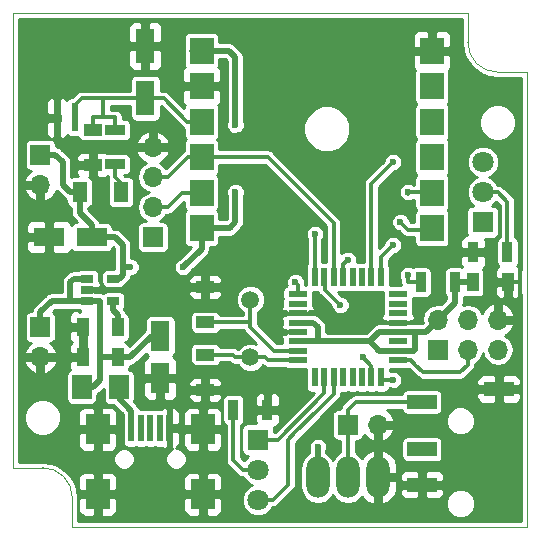
<source format=gtl>
G04 #@! TF.FileFunction,Copper,L1,Top,Signal*
%FSLAX46Y46*%
G04 Gerber Fmt 4.6, Leading zero omitted, Abs format (unit mm)*
G04 Created by KiCad (PCBNEW 4.0.6) date 04/17/17 12:50:54*
%MOMM*%
%LPD*%
G01*
G04 APERTURE LIST*
%ADD10C,0.100000*%
%ADD11C,0.050000*%
%ADD12R,1.300000X1.700000*%
%ADD13R,0.500380X2.301240*%
%ADD14R,1.998980X2.499360*%
%ADD15R,1.600000X0.550000*%
%ADD16R,0.550000X1.600000*%
%ADD17R,1.060000X0.650000*%
%ADD18R,1.000000X1.600000*%
%ADD19R,1.600000X1.000000*%
%ADD20R,1.651000X2.029460*%
%ADD21R,1.700000X0.900000*%
%ADD22R,0.900000X1.700000*%
%ADD23R,1.600000X2.600000*%
%ADD24R,2.600000X1.600000*%
%ADD25R,1.700000X1.700000*%
%ADD26O,1.700000X1.700000*%
%ADD27R,1.800000X1.800000*%
%ADD28C,1.800000*%
%ADD29R,0.600000X2.300000*%
%ADD30R,0.600000X2.400000*%
%ADD31R,2.500000X1.200000*%
%ADD32O,2.000000X3.500000*%
%ADD33R,1.600000X3.000000*%
%ADD34C,1.500000*%
%ADD35R,2.000000X2.300000*%
%ADD36C,0.600000*%
%ADD37C,0.500000*%
%ADD38C,0.350000*%
%ADD39C,0.300000*%
%ADD40C,0.254000*%
G04 APERTURE END LIST*
D10*
D11*
X117000000Y-116000000D02*
X117000000Y-118500000D01*
X114500000Y-113500000D02*
X112000000Y-113500000D01*
X117000000Y-116000000D02*
G75*
G03X114500000Y-113500000I-2500000J0D01*
G01*
X150500000Y-77500000D02*
G75*
G03X153000000Y-80000000I2500000J0D01*
G01*
X153000000Y-80000000D02*
X155500000Y-80000000D01*
X150500000Y-75000000D02*
X150500000Y-77500000D01*
X112000000Y-75000000D02*
X150500000Y-75000000D01*
X112000000Y-113500000D02*
X112000000Y-75000000D01*
X155500000Y-118500000D02*
X117000000Y-118500000D01*
X155500000Y-80000000D02*
X155500000Y-118500000D01*
D12*
X121130000Y-90170000D03*
X117630000Y-90170000D03*
D13*
X121999800Y-110150680D03*
X122799900Y-110150680D03*
X123600000Y-110150680D03*
X124400100Y-110150680D03*
X125200200Y-110150680D03*
D14*
X119149920Y-110249740D03*
X119149920Y-115748840D03*
X128050080Y-110249740D03*
X128050080Y-115748840D03*
D15*
X136085000Y-98800000D03*
X136085000Y-99600000D03*
X136085000Y-100400000D03*
X136085000Y-101200000D03*
X136085000Y-102000000D03*
X136085000Y-102800000D03*
X136085000Y-103600000D03*
X136085000Y-104400000D03*
D16*
X137535000Y-105850000D03*
X138335000Y-105850000D03*
X139135000Y-105850000D03*
X139935000Y-105850000D03*
X140735000Y-105850000D03*
X141535000Y-105850000D03*
X142335000Y-105850000D03*
X143135000Y-105850000D03*
D15*
X144585000Y-104400000D03*
X144585000Y-103600000D03*
X144585000Y-102800000D03*
X144585000Y-102000000D03*
X144585000Y-101200000D03*
X144585000Y-100400000D03*
X144585000Y-99600000D03*
X144585000Y-98800000D03*
D16*
X143135000Y-97350000D03*
X142335000Y-97350000D03*
X141535000Y-97350000D03*
X140735000Y-97350000D03*
X139935000Y-97350000D03*
X139135000Y-97350000D03*
X138335000Y-97350000D03*
X137535000Y-97350000D03*
D17*
X118280000Y-97475000D03*
X118280000Y-98425000D03*
X118280000Y-99375000D03*
X120480000Y-99375000D03*
X120480000Y-97475000D03*
D18*
X153900000Y-97790000D03*
X150900000Y-97790000D03*
D19*
X128270000Y-103910000D03*
X128270000Y-106910000D03*
X128270000Y-101195000D03*
X128270000Y-98195000D03*
D18*
X120880000Y-104140000D03*
X117880000Y-104140000D03*
X120880000Y-101600000D03*
X117880000Y-101600000D03*
D20*
X120964960Y-106680000D03*
X117795040Y-106680000D03*
D21*
X120650000Y-84910000D03*
X120650000Y-87810000D03*
D22*
X146505000Y-97790000D03*
X149405000Y-97790000D03*
D19*
X118745000Y-87860000D03*
X118745000Y-84860000D03*
D23*
X124460000Y-102340000D03*
X124460000Y-105940000D03*
D24*
X118640000Y-93980000D03*
X115040000Y-93980000D03*
D25*
X147955000Y-103505000D03*
D26*
X147955000Y-100965000D03*
X150495000Y-103505000D03*
X150495000Y-100965000D03*
X153035000Y-103505000D03*
X153035000Y-100965000D03*
D27*
X132715000Y-111125000D03*
D28*
X132715000Y-113665000D03*
X132715000Y-116205000D03*
D25*
X123825000Y-93980000D03*
D26*
X123825000Y-91440000D03*
X123825000Y-88900000D03*
X123825000Y-86360000D03*
D25*
X140335000Y-109855000D03*
D26*
X142875000Y-109855000D03*
D25*
X114300000Y-86995000D03*
D26*
X114300000Y-89535000D03*
D25*
X114300000Y-101600000D03*
D26*
X114300000Y-104140000D03*
D29*
X115709000Y-83870000D03*
D30*
X117209000Y-83820000D03*
D31*
X153110000Y-106835000D03*
X146610000Y-107935000D03*
X146610000Y-111935000D03*
X146610000Y-114935000D03*
D22*
X130630000Y-108585000D03*
X133530000Y-108585000D03*
D32*
X137795000Y-114300000D03*
X140335000Y-114300000D03*
X142875000Y-114300000D03*
D33*
X123190000Y-82210000D03*
X123190000Y-77810000D03*
D34*
X132080000Y-104140000D03*
X132080000Y-99260000D03*
D27*
X151765000Y-92710000D03*
D28*
X151765000Y-90170000D03*
X151765000Y-87630000D03*
D22*
X153850000Y-95250000D03*
X150950000Y-95250000D03*
D35*
X147450000Y-93200000D03*
X147450000Y-90200000D03*
X147450000Y-87200000D03*
X147450000Y-84200000D03*
X147450000Y-81200000D03*
X147450000Y-78200000D03*
X127950000Y-93200000D03*
X127950000Y-90200000D03*
X127950000Y-87200000D03*
X127950000Y-84200000D03*
X127950000Y-81200000D03*
X127950000Y-78200000D03*
D36*
X130810000Y-90170000D03*
X130810000Y-84455000D03*
X137795000Y-111760000D03*
X137795000Y-102235000D03*
X121920000Y-96520000D03*
X126365000Y-96520000D03*
X144145000Y-106045000D03*
X141605000Y-104140000D03*
X145415000Y-97155000D03*
X140335000Y-95885000D03*
X139700000Y-99695000D03*
X135890000Y-97790000D03*
X144780000Y-92710000D03*
X137535000Y-93720000D03*
X145415000Y-90170000D03*
X144145000Y-94615000D03*
X144145000Y-87630000D03*
D37*
X114300000Y-101600000D02*
X114300000Y-100330000D01*
X115255000Y-99375000D02*
X114300000Y-100330000D01*
X115255000Y-99375000D02*
X116840000Y-99375000D01*
X120880000Y-104140000D02*
X121920000Y-104140000D01*
X121920000Y-104140000D02*
X123720000Y-102340000D01*
X123720000Y-102340000D02*
X124460000Y-102340000D01*
X118280000Y-99375000D02*
X119380000Y-99375000D01*
X116840000Y-99375000D02*
X116840000Y-98425000D01*
X117155000Y-97475000D02*
X118280000Y-97475000D01*
X116840000Y-97790000D02*
X117155000Y-97475000D01*
X116840000Y-98425000D02*
X116840000Y-97790000D01*
X118280000Y-99375000D02*
X116840000Y-99375000D01*
X118745000Y-106680000D02*
X119380000Y-106045000D01*
X120880000Y-104140000D02*
X119380000Y-104140000D01*
X119380000Y-104775000D02*
X119380000Y-104140000D01*
X117795040Y-106680000D02*
X118745000Y-106680000D01*
X119380000Y-106045000D02*
X119380000Y-104775000D01*
X119380000Y-104140000D02*
X119380000Y-99375000D01*
D38*
X154940000Y-97790000D02*
X154940000Y-96520000D01*
X153035000Y-100965000D02*
X154940000Y-100965000D01*
X154940000Y-97790000D02*
X153900000Y-97790000D01*
X154940000Y-100965000D02*
X154940000Y-97790000D01*
D37*
X137795000Y-111760000D02*
X137795000Y-114300000D01*
X137795000Y-102800000D02*
X137795000Y-102235000D01*
X137795000Y-102235000D02*
X137795000Y-101600000D01*
X137795000Y-101600000D02*
X137395000Y-101200000D01*
X137395000Y-101200000D02*
X136085000Y-101200000D01*
X144585000Y-102000000D02*
X142970000Y-102000000D01*
X142970000Y-102000000D02*
X142170000Y-102800000D01*
X136085000Y-102800000D02*
X137795000Y-102800000D01*
X137795000Y-102800000D02*
X138430000Y-102800000D01*
X138430000Y-102800000D02*
X142170000Y-102800000D01*
X142970000Y-103600000D02*
X144585000Y-103600000D01*
X142170000Y-102800000D02*
X142970000Y-103600000D01*
X146050000Y-102000000D02*
X146050000Y-103505000D01*
X145955000Y-103600000D02*
X144585000Y-103600000D01*
D38*
X146050000Y-103505000D02*
X145955000Y-103600000D01*
D37*
X144585000Y-102000000D02*
X146050000Y-102000000D01*
X146050000Y-102000000D02*
X146920000Y-102000000D01*
X149405000Y-99515000D02*
X147955000Y-100965000D01*
X150950000Y-97790000D02*
X149455000Y-97790000D01*
X121285000Y-96520000D02*
X121285000Y-94615000D01*
X120650000Y-93980000D02*
X118640000Y-93980000D01*
X121285000Y-94615000D02*
X120650000Y-93980000D01*
X120480000Y-97475000D02*
X120965000Y-97475000D01*
X120965000Y-97475000D02*
X121285000Y-97155000D01*
X121285000Y-97155000D02*
X121285000Y-96520000D01*
X121285000Y-96520000D02*
X121920000Y-96520000D01*
X117630000Y-90170000D02*
X117630000Y-91920000D01*
X117630000Y-91920000D02*
X118640000Y-92930000D01*
X118640000Y-92930000D02*
X118640000Y-93980000D01*
X117630000Y-90170000D02*
X116840000Y-90170000D01*
X115570000Y-86995000D02*
X114300000Y-86995000D01*
X116205000Y-87630000D02*
X115570000Y-86995000D01*
X116205000Y-89535000D02*
X116205000Y-87630000D01*
X116840000Y-90170000D02*
X116205000Y-89535000D01*
X127950000Y-93200000D02*
X127950000Y-94935000D01*
X127950000Y-94935000D02*
X126365000Y-96520000D01*
X127950000Y-93200000D02*
X130320000Y-93200000D01*
X130810000Y-92710000D02*
X130810000Y-92075000D01*
X130320000Y-93200000D02*
X130810000Y-92710000D01*
X127950000Y-78200000D02*
X130270000Y-78200000D01*
X130810000Y-78740000D02*
X130810000Y-84455000D01*
X130270000Y-78200000D02*
X130810000Y-78740000D01*
X130810000Y-90170000D02*
X130810000Y-92075000D01*
X129635000Y-78200000D02*
X127950000Y-78200000D01*
X146920000Y-102000000D02*
X147955000Y-100965000D01*
D38*
X127950000Y-78200000D02*
X127095000Y-78200000D01*
D37*
X149405000Y-97790000D02*
X149405000Y-99515000D01*
X149405000Y-98245000D02*
X149405000Y-97790000D01*
X149405000Y-97790000D02*
X149225000Y-97790000D01*
X149225000Y-97790000D02*
X149455000Y-97790000D01*
D38*
X144145000Y-106045000D02*
X143330000Y-106045000D01*
X143330000Y-106045000D02*
X143135000Y-105850000D01*
D39*
X146685000Y-105410000D02*
X149860000Y-105410000D01*
X144585000Y-104400000D02*
X145675000Y-104400000D01*
X145675000Y-104400000D02*
X146050000Y-104775000D01*
X146050000Y-104775000D02*
X146685000Y-105410000D01*
X150495000Y-104775000D02*
X149860000Y-105410000D01*
X150495000Y-104775000D02*
X150495000Y-103505000D01*
D38*
X142335000Y-104870000D02*
X141605000Y-104140000D01*
X142335000Y-105850000D02*
X142335000Y-104870000D01*
D37*
X121999800Y-110150680D02*
X121999800Y-108664800D01*
X121999800Y-108664800D02*
X120964960Y-107629960D01*
X120964960Y-107629960D02*
X120964960Y-106680000D01*
D38*
X132715000Y-113665000D02*
X131445000Y-113665000D01*
X130630000Y-112850000D02*
X130630000Y-108585000D01*
X131445000Y-113665000D02*
X130630000Y-112850000D01*
D39*
X145415000Y-97155000D02*
X145415000Y-97790000D01*
X145415000Y-97790000D02*
X146505000Y-97790000D01*
X139935000Y-97350000D02*
X139935000Y-96285000D01*
X139935000Y-96285000D02*
X140335000Y-95885000D01*
D38*
X127950000Y-87200000D02*
X126795000Y-87200000D01*
X125095000Y-88900000D02*
X123825000Y-88900000D01*
X126795000Y-87200000D02*
X125095000Y-88900000D01*
X127950000Y-87200000D02*
X127430000Y-87200000D01*
X139135000Y-97350000D02*
X139135000Y-92780000D01*
X133555000Y-87200000D02*
X127950000Y-87200000D01*
X139135000Y-92780000D02*
X133555000Y-87200000D01*
X140335000Y-109855000D02*
X140335000Y-114300000D01*
X140335000Y-109855000D02*
X140335000Y-108585000D01*
X141620000Y-107935000D02*
X146610000Y-107935000D01*
X140985000Y-107935000D02*
X141620000Y-107935000D01*
X140335000Y-108585000D02*
X140985000Y-107935000D01*
X139700000Y-99695000D02*
X138430000Y-98425000D01*
X138430000Y-98425000D02*
X138430000Y-97445000D01*
X138430000Y-97445000D02*
X138335000Y-97350000D01*
X123825000Y-91440000D02*
X125095000Y-91440000D01*
X126335000Y-90200000D02*
X127950000Y-90200000D01*
X125095000Y-91440000D02*
X126335000Y-90200000D01*
X127920000Y-90170000D02*
X127950000Y-90200000D01*
X119634000Y-83820000D02*
X119634000Y-82210000D01*
X117209000Y-83820000D02*
X117209000Y-82816000D01*
X117209000Y-82816000D02*
X117815000Y-82210000D01*
X119380000Y-82210000D02*
X119634000Y-82210000D01*
X117815000Y-82210000D02*
X119380000Y-82210000D01*
X119634000Y-82210000D02*
X120650000Y-82210000D01*
X120650000Y-82210000D02*
X123190000Y-82210000D01*
X127950000Y-84200000D02*
X126745000Y-84200000D01*
X124755000Y-82210000D02*
X123190000Y-82210000D01*
X126745000Y-84200000D02*
X124755000Y-82210000D01*
X120650000Y-84860000D02*
X120650000Y-83820000D01*
X119380000Y-83820000D02*
X119634000Y-83820000D01*
X119634000Y-83820000D02*
X120650000Y-83820000D01*
X118745000Y-84910000D02*
X118745000Y-83820000D01*
X118745000Y-83820000D02*
X119380000Y-83820000D01*
X122260000Y-82210000D02*
X123190000Y-82210000D01*
D37*
X120480000Y-99375000D02*
X120480000Y-100160000D01*
X120480000Y-100160000D02*
X120880000Y-100560000D01*
X120880000Y-100560000D02*
X120880000Y-101600000D01*
D38*
X138335000Y-105850000D02*
X138335000Y-107196470D01*
X138335000Y-107196470D02*
X134406470Y-111125000D01*
X134406470Y-111125000D02*
X132715000Y-111125000D01*
X135255000Y-111125000D02*
X135890000Y-110490000D01*
X135255000Y-114935000D02*
X135255000Y-111125000D01*
X135890000Y-110490000D02*
X137795000Y-108585000D01*
X133985000Y-116205000D02*
X135255000Y-114935000D01*
X139135000Y-107245000D02*
X137795000Y-108585000D01*
X132715000Y-116205000D02*
X133985000Y-116205000D01*
X139135000Y-107245000D02*
X139135000Y-105850000D01*
X136085000Y-98800000D02*
X136085000Y-97985000D01*
X136085000Y-97985000D02*
X135890000Y-97790000D01*
X145415000Y-93345000D02*
X147305000Y-93345000D01*
X144780000Y-92710000D02*
X145415000Y-93345000D01*
D37*
X147305000Y-93345000D02*
X147450000Y-93200000D01*
D38*
X145415000Y-90170000D02*
X147420000Y-90170000D01*
D39*
X147420000Y-90170000D02*
X147450000Y-90200000D01*
D37*
X145415000Y-90170000D02*
X145445000Y-90200000D01*
D38*
X137535000Y-97350000D02*
X137535000Y-93720000D01*
X121130000Y-90170000D02*
X121130000Y-89380000D01*
X121130000Y-89380000D02*
X120650000Y-88900000D01*
X120650000Y-88900000D02*
X120650000Y-87810000D01*
X128270000Y-103910000D02*
X130580000Y-103910000D01*
X130810000Y-104140000D02*
X132080000Y-104140000D01*
X130580000Y-103910000D02*
X130810000Y-104140000D01*
X133350000Y-104140000D02*
X132080000Y-104140000D01*
X133610000Y-104400000D02*
X133350000Y-104140000D01*
X136085000Y-104400000D02*
X133610000Y-104400000D01*
X136085000Y-103600000D02*
X134080000Y-103600000D01*
X132080000Y-101600000D02*
X132080000Y-101195000D01*
X134080000Y-103600000D02*
X132080000Y-101600000D01*
X128270000Y-101195000D02*
X132080000Y-101195000D01*
X132080000Y-101195000D02*
X132080000Y-99260000D01*
X143135000Y-95625000D02*
X144145000Y-94615000D01*
X143135000Y-95625000D02*
X143135000Y-97350000D01*
X153850000Y-95250000D02*
X153850000Y-90985000D01*
X153035000Y-90170000D02*
X151765000Y-90170000D01*
X153850000Y-90985000D02*
X153035000Y-90170000D01*
X142335000Y-89440000D02*
X144145000Y-87630000D01*
X142335000Y-89440000D02*
X142335000Y-90170000D01*
X142335000Y-97350000D02*
X142335000Y-90170000D01*
D39*
X142335000Y-90170000D02*
X142335000Y-90075000D01*
D40*
G36*
X149998000Y-77500000D02*
X150007646Y-77548493D01*
X150007646Y-77597935D01*
X150197946Y-78554639D01*
X150197946Y-78554645D01*
X150272903Y-78735605D01*
X150814834Y-79546661D01*
X150814835Y-79546664D01*
X150884086Y-79615914D01*
X150953336Y-79685165D01*
X150953339Y-79685166D01*
X151764394Y-80227096D01*
X151764395Y-80227097D01*
X151848594Y-80261973D01*
X151945355Y-80302053D01*
X151945356Y-80302053D01*
X152902065Y-80492354D01*
X152951507Y-80492354D01*
X153000000Y-80502000D01*
X154998000Y-80502000D01*
X154998000Y-96774364D01*
X154938327Y-96630301D01*
X154759698Y-96451673D01*
X154664084Y-96412068D01*
X154748027Y-96289215D01*
X154786344Y-96100000D01*
X154786344Y-94400000D01*
X154753083Y-94223235D01*
X154648615Y-94060887D01*
X154502000Y-93960709D01*
X154502000Y-90985000D01*
X154452369Y-90735490D01*
X154311034Y-90523966D01*
X153496034Y-89708966D01*
X153461562Y-89685933D01*
X153284510Y-89567631D01*
X153243113Y-89559396D01*
X153035000Y-89517999D01*
X153034995Y-89518000D01*
X152985515Y-89518000D01*
X152933044Y-89391011D01*
X152546026Y-89003317D01*
X152297224Y-88900005D01*
X152543989Y-88798044D01*
X152931683Y-88411026D01*
X153141760Y-87905104D01*
X153142238Y-87357299D01*
X152933044Y-86851011D01*
X152546026Y-86463317D01*
X152040104Y-86253240D01*
X151492299Y-86252762D01*
X150986011Y-86461956D01*
X150598317Y-86848974D01*
X150388240Y-87354896D01*
X150387762Y-87902701D01*
X150596956Y-88408989D01*
X150983974Y-88796683D01*
X151232776Y-88899995D01*
X150986011Y-89001956D01*
X150598317Y-89388974D01*
X150388240Y-89894896D01*
X150387762Y-90442701D01*
X150596956Y-90948989D01*
X150970970Y-91323656D01*
X150865000Y-91323656D01*
X150688235Y-91356917D01*
X150525887Y-91461385D01*
X150416973Y-91620785D01*
X150378656Y-91810000D01*
X150378656Y-93610000D01*
X150407822Y-93765000D01*
X150373691Y-93765000D01*
X150140302Y-93861673D01*
X149961673Y-94040301D01*
X149865000Y-94273690D01*
X149865000Y-94837250D01*
X150023750Y-94996000D01*
X150725000Y-94996000D01*
X150725000Y-94976000D01*
X151175000Y-94976000D01*
X151175000Y-94996000D01*
X151876250Y-94996000D01*
X152035000Y-94837250D01*
X152035000Y-94273690D01*
X151961541Y-94096344D01*
X152665000Y-94096344D01*
X152841765Y-94063083D01*
X153004113Y-93958615D01*
X153113027Y-93799215D01*
X153151344Y-93610000D01*
X153151344Y-91810000D01*
X153118083Y-91633235D01*
X153013615Y-91470887D01*
X152854215Y-91361973D01*
X152665000Y-91323656D01*
X152558402Y-91323656D01*
X152912804Y-90969872D01*
X153198000Y-91255068D01*
X153198000Y-93963155D01*
X153060887Y-94051385D01*
X152951973Y-94210785D01*
X152913656Y-94400000D01*
X152913656Y-96100000D01*
X152946917Y-96276765D01*
X153051385Y-96439113D01*
X153058646Y-96444075D01*
X153040302Y-96451673D01*
X152861673Y-96630301D01*
X152765000Y-96863690D01*
X152765000Y-97377250D01*
X152923750Y-97536000D01*
X153650000Y-97536000D01*
X153650000Y-97516000D01*
X154150000Y-97516000D01*
X154150000Y-97536000D01*
X154174000Y-97536000D01*
X154174000Y-98044000D01*
X154150000Y-98044000D01*
X154150000Y-99066250D01*
X154308750Y-99225000D01*
X154526309Y-99225000D01*
X154759698Y-99128327D01*
X154938327Y-98949699D01*
X154998000Y-98805636D01*
X154998000Y-117998000D01*
X117502000Y-117998000D01*
X117502000Y-116161590D01*
X117515430Y-116161590D01*
X117515430Y-117124829D01*
X117612103Y-117358218D01*
X117790731Y-117536847D01*
X118024120Y-117633520D01*
X118737170Y-117633520D01*
X118895920Y-117474770D01*
X118895920Y-116002840D01*
X119403920Y-116002840D01*
X119403920Y-117474770D01*
X119562670Y-117633520D01*
X120275720Y-117633520D01*
X120509109Y-117536847D01*
X120687737Y-117358218D01*
X120784410Y-117124829D01*
X120784410Y-116161590D01*
X126415590Y-116161590D01*
X126415590Y-117124829D01*
X126512263Y-117358218D01*
X126690891Y-117536847D01*
X126924280Y-117633520D01*
X127637330Y-117633520D01*
X127796080Y-117474770D01*
X127796080Y-116002840D01*
X128304080Y-116002840D01*
X128304080Y-117474770D01*
X128462830Y-117633520D01*
X129175880Y-117633520D01*
X129409269Y-117536847D01*
X129587897Y-117358218D01*
X129684570Y-117124829D01*
X129684570Y-116161590D01*
X129525820Y-116002840D01*
X128304080Y-116002840D01*
X127796080Y-116002840D01*
X126574340Y-116002840D01*
X126415590Y-116161590D01*
X120784410Y-116161590D01*
X120625660Y-116002840D01*
X119403920Y-116002840D01*
X118895920Y-116002840D01*
X117674180Y-116002840D01*
X117515430Y-116161590D01*
X117502000Y-116161590D01*
X117502000Y-116000000D01*
X117492354Y-115951507D01*
X117492354Y-115902065D01*
X117302053Y-114945356D01*
X117297764Y-114935000D01*
X117253344Y-114827762D01*
X117227097Y-114764395D01*
X117227096Y-114764394D01*
X116965476Y-114372851D01*
X117515430Y-114372851D01*
X117515430Y-115336090D01*
X117674180Y-115494840D01*
X118895920Y-115494840D01*
X118895920Y-114022910D01*
X119403920Y-114022910D01*
X119403920Y-115494840D01*
X120625660Y-115494840D01*
X120784410Y-115336090D01*
X120784410Y-114372851D01*
X126415590Y-114372851D01*
X126415590Y-115336090D01*
X126574340Y-115494840D01*
X127796080Y-115494840D01*
X127796080Y-114022910D01*
X128304080Y-114022910D01*
X128304080Y-115494840D01*
X129525820Y-115494840D01*
X129684570Y-115336090D01*
X129684570Y-114372851D01*
X129587897Y-114139462D01*
X129409269Y-113960833D01*
X129175880Y-113864160D01*
X128462830Y-113864160D01*
X128304080Y-114022910D01*
X127796080Y-114022910D01*
X127637330Y-113864160D01*
X126924280Y-113864160D01*
X126690891Y-113960833D01*
X126512263Y-114139462D01*
X126415590Y-114372851D01*
X120784410Y-114372851D01*
X120687737Y-114139462D01*
X120509109Y-113960833D01*
X120275720Y-113864160D01*
X119562670Y-113864160D01*
X119403920Y-114022910D01*
X118895920Y-114022910D01*
X118737170Y-113864160D01*
X118024120Y-113864160D01*
X117790731Y-113960833D01*
X117612103Y-114139462D01*
X117515430Y-114372851D01*
X116965476Y-114372851D01*
X116685165Y-113953337D01*
X116685165Y-113953336D01*
X116615914Y-113884086D01*
X116546664Y-113814835D01*
X116546661Y-113814834D01*
X115735605Y-113272903D01*
X115554645Y-113197946D01*
X115554639Y-113197946D01*
X114597935Y-113007646D01*
X114548493Y-113007646D01*
X114500000Y-112998000D01*
X112502000Y-112998000D01*
X112502000Y-112932600D01*
X120473619Y-112932600D01*
X120614385Y-113273280D01*
X120874809Y-113534158D01*
X121215243Y-113675519D01*
X121583860Y-113675841D01*
X121924540Y-113535075D01*
X122185418Y-113274651D01*
X122326779Y-112934217D01*
X122326780Y-112932600D01*
X124872899Y-112932600D01*
X125013665Y-113273280D01*
X125274089Y-113534158D01*
X125614523Y-113675519D01*
X125983140Y-113675841D01*
X126323820Y-113535075D01*
X126584698Y-113274651D01*
X126726059Y-112934217D01*
X126726381Y-112565600D01*
X126585615Y-112224920D01*
X126325191Y-111964042D01*
X125984757Y-111822681D01*
X125827173Y-111822543D01*
X125988717Y-111660998D01*
X126085390Y-111427609D01*
X126085390Y-110662490D01*
X126415590Y-110662490D01*
X126415590Y-111625729D01*
X126512263Y-111859118D01*
X126690891Y-112037747D01*
X126924280Y-112134420D01*
X127637330Y-112134420D01*
X127796080Y-111975670D01*
X127796080Y-110503740D01*
X128304080Y-110503740D01*
X128304080Y-111975670D01*
X128462830Y-112134420D01*
X129175880Y-112134420D01*
X129409269Y-112037747D01*
X129587897Y-111859118D01*
X129684570Y-111625729D01*
X129684570Y-110662490D01*
X129525820Y-110503740D01*
X128304080Y-110503740D01*
X127796080Y-110503740D01*
X126574340Y-110503740D01*
X126415590Y-110662490D01*
X126085390Y-110662490D01*
X126085390Y-110563430D01*
X125926640Y-110404680D01*
X125325295Y-110404680D01*
X125325295Y-111777550D01*
X125442040Y-111894295D01*
X125275460Y-111963125D01*
X125014582Y-112223549D01*
X124873221Y-112563983D01*
X124872899Y-112932600D01*
X122326780Y-112932600D01*
X122327101Y-112565600D01*
X122186335Y-112224920D01*
X121925911Y-111964042D01*
X121585477Y-111822681D01*
X121216860Y-111822359D01*
X120876180Y-111963125D01*
X120615302Y-112223549D01*
X120473941Y-112563983D01*
X120473619Y-112932600D01*
X112502000Y-112932600D01*
X112502000Y-109562308D01*
X112922727Y-109562308D01*
X113162305Y-110142132D01*
X113605535Y-110586136D01*
X114184939Y-110826725D01*
X114812308Y-110827273D01*
X115211113Y-110662490D01*
X117515430Y-110662490D01*
X117515430Y-111625729D01*
X117612103Y-111859118D01*
X117790731Y-112037747D01*
X118024120Y-112134420D01*
X118737170Y-112134420D01*
X118895920Y-111975670D01*
X118895920Y-110503740D01*
X119403920Y-110503740D01*
X119403920Y-111975670D01*
X119562670Y-112134420D01*
X120275720Y-112134420D01*
X120509109Y-112037747D01*
X120687737Y-111859118D01*
X120784410Y-111625729D01*
X120784410Y-110662490D01*
X120625660Y-110503740D01*
X119403920Y-110503740D01*
X118895920Y-110503740D01*
X117674180Y-110503740D01*
X117515430Y-110662490D01*
X115211113Y-110662490D01*
X115392132Y-110587695D01*
X115836136Y-110144465D01*
X116076725Y-109565061D01*
X116077273Y-108937692D01*
X116050854Y-108873751D01*
X117515430Y-108873751D01*
X117515430Y-109836990D01*
X117674180Y-109995740D01*
X118895920Y-109995740D01*
X118895920Y-108523810D01*
X119403920Y-108523810D01*
X119403920Y-109995740D01*
X120625660Y-109995740D01*
X120784410Y-109836990D01*
X120784410Y-108873751D01*
X120687737Y-108640362D01*
X120509109Y-108461733D01*
X120275720Y-108365060D01*
X119562670Y-108365060D01*
X119403920Y-108523810D01*
X118895920Y-108523810D01*
X118737170Y-108365060D01*
X118024120Y-108365060D01*
X117790731Y-108461733D01*
X117612103Y-108640362D01*
X117515430Y-108873751D01*
X116050854Y-108873751D01*
X115837695Y-108357868D01*
X115394465Y-107913864D01*
X114815061Y-107673275D01*
X114187692Y-107672727D01*
X113607868Y-107912305D01*
X113163864Y-108355535D01*
X112923275Y-108934939D01*
X112922727Y-109562308D01*
X112502000Y-109562308D01*
X112502000Y-104619755D01*
X112894632Y-104619755D01*
X112967001Y-104794520D01*
X113318943Y-105254814D01*
X113820242Y-105545388D01*
X114046000Y-105444386D01*
X114046000Y-104394000D01*
X114554000Y-104394000D01*
X114554000Y-105444386D01*
X114779758Y-105545388D01*
X115281057Y-105254814D01*
X115632999Y-104794520D01*
X115705368Y-104619755D01*
X115601700Y-104394000D01*
X114554000Y-104394000D01*
X114046000Y-104394000D01*
X112998300Y-104394000D01*
X112894632Y-104619755D01*
X112502000Y-104619755D01*
X112502000Y-103660245D01*
X112894632Y-103660245D01*
X112998300Y-103886000D01*
X114046000Y-103886000D01*
X114046000Y-103866000D01*
X114554000Y-103866000D01*
X114554000Y-103886000D01*
X115601700Y-103886000D01*
X115705368Y-103660245D01*
X115632999Y-103485480D01*
X115281057Y-103025186D01*
X115127787Y-102936344D01*
X115150000Y-102936344D01*
X115326765Y-102903083D01*
X115489113Y-102798615D01*
X115598027Y-102639215D01*
X115636344Y-102450000D01*
X115636344Y-102012750D01*
X116745000Y-102012750D01*
X116745000Y-102526310D01*
X116841673Y-102759699D01*
X116951975Y-102870000D01*
X116841673Y-102980301D01*
X116745000Y-103213690D01*
X116745000Y-103727250D01*
X116903750Y-103886000D01*
X117630000Y-103886000D01*
X117630000Y-101854000D01*
X116903750Y-101854000D01*
X116745000Y-102012750D01*
X115636344Y-102012750D01*
X115636344Y-100750000D01*
X115603083Y-100573235D01*
X115498615Y-100410887D01*
X115349282Y-100308852D01*
X115556134Y-100102000D01*
X117493423Y-100102000D01*
X117560785Y-100148027D01*
X117644600Y-100165000D01*
X117625998Y-100165000D01*
X117625998Y-100319748D01*
X117471250Y-100165000D01*
X117253691Y-100165000D01*
X117020302Y-100261673D01*
X116841673Y-100440301D01*
X116745000Y-100673690D01*
X116745000Y-101187250D01*
X116903750Y-101346000D01*
X117630000Y-101346000D01*
X117630000Y-101326000D01*
X118130000Y-101326000D01*
X118130000Y-101346000D01*
X118154000Y-101346000D01*
X118154000Y-101854000D01*
X118130000Y-101854000D01*
X118130000Y-103886000D01*
X118154000Y-103886000D01*
X118154000Y-104394000D01*
X118130000Y-104394000D01*
X118130000Y-104414000D01*
X117630000Y-104414000D01*
X117630000Y-104394000D01*
X116903750Y-104394000D01*
X116745000Y-104552750D01*
X116745000Y-105066310D01*
X116804510Y-105209979D01*
X116792775Y-105212187D01*
X116630427Y-105316655D01*
X116521513Y-105476055D01*
X116483196Y-105665270D01*
X116483196Y-107694730D01*
X116516457Y-107871495D01*
X116620925Y-108033843D01*
X116780325Y-108142757D01*
X116969540Y-108181074D01*
X118620540Y-108181074D01*
X118797305Y-108147813D01*
X118959653Y-108043345D01*
X119068567Y-107883945D01*
X119106884Y-107694730D01*
X119106884Y-107295752D01*
X119259067Y-107194067D01*
X119653116Y-106800017D01*
X119653116Y-107694730D01*
X119686377Y-107871495D01*
X119790845Y-108033843D01*
X119950245Y-108142757D01*
X120139460Y-108181074D01*
X120487940Y-108181074D01*
X121270619Y-108963752D01*
X121263266Y-109000060D01*
X121263266Y-111301300D01*
X121296527Y-111478065D01*
X121400995Y-111640413D01*
X121560395Y-111749327D01*
X121749610Y-111787644D01*
X122249990Y-111787644D01*
X122405351Y-111758411D01*
X122549710Y-111787644D01*
X123050090Y-111787644D01*
X123205451Y-111758411D01*
X123349810Y-111787644D01*
X123850190Y-111787644D01*
X124005551Y-111758411D01*
X124149910Y-111787644D01*
X124538328Y-111787644D01*
X124590311Y-111839627D01*
X124823700Y-111936300D01*
X124916355Y-111936300D01*
X125075105Y-111777550D01*
X125075105Y-111524487D01*
X125098317Y-111490515D01*
X125136634Y-111301300D01*
X125136634Y-109000060D01*
X125103373Y-108823295D01*
X125075105Y-108779365D01*
X125075105Y-108523810D01*
X125325295Y-108523810D01*
X125325295Y-109896680D01*
X125926640Y-109896680D01*
X126085390Y-109737930D01*
X126085390Y-108873751D01*
X126415590Y-108873751D01*
X126415590Y-109836990D01*
X126574340Y-109995740D01*
X127796080Y-109995740D01*
X127796080Y-108523810D01*
X128304080Y-108523810D01*
X128304080Y-109995740D01*
X129525820Y-109995740D01*
X129684570Y-109836990D01*
X129684570Y-108873751D01*
X129587897Y-108640362D01*
X129409269Y-108461733D01*
X129175880Y-108365060D01*
X128462830Y-108365060D01*
X128304080Y-108523810D01*
X127796080Y-108523810D01*
X127637330Y-108365060D01*
X126924280Y-108365060D01*
X126690891Y-108461733D01*
X126512263Y-108640362D01*
X126415590Y-108873751D01*
X126085390Y-108873751D01*
X125988717Y-108640362D01*
X125810089Y-108461733D01*
X125576700Y-108365060D01*
X125484045Y-108365060D01*
X125325295Y-108523810D01*
X125075105Y-108523810D01*
X124916355Y-108365060D01*
X124823700Y-108365060D01*
X124590311Y-108461733D01*
X124538328Y-108513716D01*
X124149910Y-108513716D01*
X123994549Y-108542949D01*
X123850190Y-108513716D01*
X123349810Y-108513716D01*
X123194449Y-108542949D01*
X123050090Y-108513716D01*
X122696748Y-108513716D01*
X122673339Y-108396034D01*
X122671460Y-108386589D01*
X122513867Y-108150733D01*
X122513864Y-108150731D01*
X122239934Y-107876801D01*
X122276804Y-107694730D01*
X122276804Y-106352750D01*
X123025000Y-106352750D01*
X123025000Y-107366309D01*
X123121673Y-107599698D01*
X123300301Y-107778327D01*
X123533690Y-107875000D01*
X124047250Y-107875000D01*
X124206000Y-107716250D01*
X124206000Y-106194000D01*
X124714000Y-106194000D01*
X124714000Y-107716250D01*
X124872750Y-107875000D01*
X125386310Y-107875000D01*
X125619699Y-107778327D01*
X125798327Y-107599698D01*
X125895000Y-107366309D01*
X125895000Y-107318750D01*
X126835000Y-107318750D01*
X126835000Y-107536309D01*
X126931673Y-107769698D01*
X127110301Y-107948327D01*
X127343690Y-108045000D01*
X127857250Y-108045000D01*
X128016000Y-107886250D01*
X128016000Y-107160000D01*
X128524000Y-107160000D01*
X128524000Y-107886250D01*
X128682750Y-108045000D01*
X129196310Y-108045000D01*
X129429699Y-107948327D01*
X129608327Y-107769698D01*
X129705000Y-107536309D01*
X129705000Y-107318750D01*
X129546250Y-107160000D01*
X128524000Y-107160000D01*
X128016000Y-107160000D01*
X126993750Y-107160000D01*
X126835000Y-107318750D01*
X125895000Y-107318750D01*
X125895000Y-106352750D01*
X125825941Y-106283691D01*
X126835000Y-106283691D01*
X126835000Y-106501250D01*
X126993750Y-106660000D01*
X128016000Y-106660000D01*
X128016000Y-105933750D01*
X128524000Y-105933750D01*
X128524000Y-106660000D01*
X129546250Y-106660000D01*
X129705000Y-106501250D01*
X129705000Y-106283691D01*
X129608327Y-106050302D01*
X129429699Y-105871673D01*
X129196310Y-105775000D01*
X128682750Y-105775000D01*
X128524000Y-105933750D01*
X128016000Y-105933750D01*
X127857250Y-105775000D01*
X127343690Y-105775000D01*
X127110301Y-105871673D01*
X126931673Y-106050302D01*
X126835000Y-106283691D01*
X125825941Y-106283691D01*
X125736250Y-106194000D01*
X124714000Y-106194000D01*
X124206000Y-106194000D01*
X123183750Y-106194000D01*
X123025000Y-106352750D01*
X122276804Y-106352750D01*
X122276804Y-105665270D01*
X122243543Y-105488505D01*
X122139075Y-105326157D01*
X121979675Y-105217243D01*
X121793623Y-105179567D01*
X121828027Y-105129215D01*
X121866344Y-104940000D01*
X121866344Y-104867000D01*
X121919995Y-104867000D01*
X121920000Y-104867001D01*
X122152052Y-104820842D01*
X122198211Y-104811660D01*
X122434067Y-104654067D01*
X123232152Y-103855981D01*
X123311385Y-103979113D01*
X123418875Y-104052558D01*
X123300301Y-104101673D01*
X123121673Y-104280302D01*
X123025000Y-104513691D01*
X123025000Y-105527250D01*
X123183750Y-105686000D01*
X124206000Y-105686000D01*
X124206000Y-105666000D01*
X124714000Y-105666000D01*
X124714000Y-105686000D01*
X125736250Y-105686000D01*
X125895000Y-105527250D01*
X125895000Y-104513691D01*
X125798327Y-104280302D01*
X125619699Y-104101673D01*
X125500284Y-104052210D01*
X125599113Y-103988615D01*
X125708027Y-103829215D01*
X125746344Y-103640000D01*
X125746344Y-101040000D01*
X125713083Y-100863235D01*
X125608615Y-100700887D01*
X125600000Y-100695000D01*
X126983656Y-100695000D01*
X126983656Y-101695000D01*
X127016917Y-101871765D01*
X127121385Y-102034113D01*
X127280785Y-102143027D01*
X127470000Y-102181344D01*
X129070000Y-102181344D01*
X129246765Y-102148083D01*
X129409113Y-102043615D01*
X129518027Y-101884215D01*
X129525563Y-101847000D01*
X131477132Y-101847000D01*
X131477631Y-101849510D01*
X131600978Y-102034113D01*
X131618966Y-102061034D01*
X132574827Y-103016895D01*
X132325136Y-102913214D01*
X131837005Y-102912788D01*
X131385869Y-103099194D01*
X131040407Y-103444053D01*
X131038946Y-103447571D01*
X130982717Y-103410000D01*
X130829510Y-103307631D01*
X130788113Y-103299396D01*
X130580000Y-103257999D01*
X130579995Y-103258000D01*
X129527743Y-103258000D01*
X129523083Y-103233235D01*
X129418615Y-103070887D01*
X129259215Y-102961973D01*
X129070000Y-102923656D01*
X127470000Y-102923656D01*
X127293235Y-102956917D01*
X127130887Y-103061385D01*
X127021973Y-103220785D01*
X126983656Y-103410000D01*
X126983656Y-104410000D01*
X127016917Y-104586765D01*
X127121385Y-104749113D01*
X127280785Y-104858027D01*
X127470000Y-104896344D01*
X129070000Y-104896344D01*
X129246765Y-104863083D01*
X129409113Y-104758615D01*
X129518027Y-104599215D01*
X129525563Y-104562000D01*
X130309932Y-104562000D01*
X130348966Y-104601034D01*
X130560490Y-104742369D01*
X130810000Y-104792000D01*
X131021786Y-104792000D01*
X131039194Y-104834131D01*
X131384053Y-105179593D01*
X131834864Y-105366786D01*
X132322995Y-105367212D01*
X132774131Y-105180806D01*
X133119593Y-104835947D01*
X133120851Y-104832918D01*
X133148964Y-104861031D01*
X133148966Y-104861034D01*
X133232926Y-104917134D01*
X133360491Y-105002370D01*
X133610000Y-105052001D01*
X133610005Y-105052000D01*
X134991834Y-105052000D01*
X135095785Y-105123027D01*
X135285000Y-105161344D01*
X136773656Y-105161344D01*
X136773656Y-106650000D01*
X136806917Y-106826765D01*
X136911385Y-106989113D01*
X137070785Y-107098027D01*
X137260000Y-107136344D01*
X137473059Y-107136344D01*
X134136402Y-110473000D01*
X134101344Y-110473000D01*
X134101344Y-110225000D01*
X134072178Y-110070000D01*
X134106309Y-110070000D01*
X134339698Y-109973327D01*
X134518327Y-109794699D01*
X134615000Y-109561310D01*
X134615000Y-108997750D01*
X134456250Y-108839000D01*
X133755000Y-108839000D01*
X133755000Y-108859000D01*
X133305000Y-108859000D01*
X133305000Y-108839000D01*
X132603750Y-108839000D01*
X132445000Y-108997750D01*
X132445000Y-109561310D01*
X132518459Y-109738656D01*
X131815000Y-109738656D01*
X131638235Y-109771917D01*
X131475887Y-109876385D01*
X131366973Y-110035785D01*
X131328656Y-110225000D01*
X131328656Y-112025000D01*
X131361917Y-112201765D01*
X131466385Y-112364113D01*
X131625785Y-112473027D01*
X131815000Y-112511344D01*
X131921598Y-112511344D01*
X131567196Y-112865128D01*
X131282000Y-112579932D01*
X131282000Y-109871845D01*
X131419113Y-109783615D01*
X131528027Y-109624215D01*
X131566344Y-109435000D01*
X131566344Y-107735000D01*
X131542577Y-107608690D01*
X132445000Y-107608690D01*
X132445000Y-108172250D01*
X132603750Y-108331000D01*
X133305000Y-108331000D01*
X133305000Y-107258750D01*
X133755000Y-107258750D01*
X133755000Y-108331000D01*
X134456250Y-108331000D01*
X134615000Y-108172250D01*
X134615000Y-107608690D01*
X134518327Y-107375301D01*
X134339698Y-107196673D01*
X134106309Y-107100000D01*
X133913750Y-107100000D01*
X133755000Y-107258750D01*
X133305000Y-107258750D01*
X133146250Y-107100000D01*
X132953691Y-107100000D01*
X132720302Y-107196673D01*
X132541673Y-107375301D01*
X132445000Y-107608690D01*
X131542577Y-107608690D01*
X131533083Y-107558235D01*
X131428615Y-107395887D01*
X131269215Y-107286973D01*
X131080000Y-107248656D01*
X130180000Y-107248656D01*
X130003235Y-107281917D01*
X129840887Y-107386385D01*
X129731973Y-107545785D01*
X129693656Y-107735000D01*
X129693656Y-109435000D01*
X129726917Y-109611765D01*
X129831385Y-109774113D01*
X129978000Y-109874291D01*
X129978000Y-112849995D01*
X129977999Y-112850000D01*
X130007439Y-112998000D01*
X130027631Y-113099510D01*
X130093404Y-113197947D01*
X130168966Y-113311034D01*
X130983966Y-114126034D01*
X131195490Y-114267369D01*
X131445000Y-114317000D01*
X131494485Y-114317000D01*
X131546956Y-114443989D01*
X131933974Y-114831683D01*
X132182776Y-114934995D01*
X131936011Y-115036956D01*
X131548317Y-115423974D01*
X131338240Y-115929896D01*
X131337762Y-116477701D01*
X131546956Y-116983989D01*
X131933974Y-117371683D01*
X132439896Y-117581760D01*
X132987701Y-117582238D01*
X133493989Y-117373044D01*
X133881683Y-116986026D01*
X133935259Y-116857000D01*
X133984995Y-116857000D01*
X133985000Y-116857001D01*
X134193113Y-116815604D01*
X134234510Y-116807369D01*
X134278471Y-116777995D01*
X148632788Y-116777995D01*
X148819194Y-117229131D01*
X149164053Y-117574593D01*
X149614864Y-117761786D01*
X150102995Y-117762212D01*
X150554131Y-117575806D01*
X150899593Y-117230947D01*
X151086786Y-116780136D01*
X151087212Y-116292005D01*
X150900806Y-115840869D01*
X150555947Y-115495407D01*
X150105136Y-115308214D01*
X149617005Y-115307788D01*
X149165869Y-115494194D01*
X148820407Y-115839053D01*
X148633214Y-116289864D01*
X148632788Y-116777995D01*
X134278471Y-116777995D01*
X134446034Y-116666034D01*
X135716031Y-115396036D01*
X135716034Y-115396034D01*
X135857369Y-115184510D01*
X135907000Y-114935000D01*
X135907000Y-113506370D01*
X136318000Y-113506370D01*
X136318000Y-115093630D01*
X136430430Y-115658853D01*
X136750603Y-116138027D01*
X137229777Y-116458200D01*
X137795000Y-116570630D01*
X138360223Y-116458200D01*
X138839397Y-116138027D01*
X139065000Y-115800387D01*
X139290603Y-116138027D01*
X139769777Y-116458200D01*
X140335000Y-116570630D01*
X140900223Y-116458200D01*
X141379397Y-116138027D01*
X141502110Y-115954373D01*
X141898486Y-116385725D01*
X142371462Y-116605530D01*
X142621000Y-116504235D01*
X142621000Y-114554000D01*
X143129000Y-114554000D01*
X143129000Y-116504235D01*
X143378538Y-116605530D01*
X143851514Y-116385725D01*
X144288341Y-115910353D01*
X144494006Y-115347750D01*
X144725000Y-115347750D01*
X144725000Y-115661309D01*
X144821673Y-115894698D01*
X145000301Y-116073327D01*
X145233690Y-116170000D01*
X146197250Y-116170000D01*
X146356000Y-116011250D01*
X146356000Y-115189000D01*
X146864000Y-115189000D01*
X146864000Y-116011250D01*
X147022750Y-116170000D01*
X147986310Y-116170000D01*
X148219699Y-116073327D01*
X148398327Y-115894698D01*
X148495000Y-115661309D01*
X148495000Y-115347750D01*
X148336250Y-115189000D01*
X146864000Y-115189000D01*
X146356000Y-115189000D01*
X144883750Y-115189000D01*
X144725000Y-115347750D01*
X144494006Y-115347750D01*
X144510000Y-115304000D01*
X144510000Y-114554000D01*
X143129000Y-114554000D01*
X142621000Y-114554000D01*
X142601000Y-114554000D01*
X142601000Y-114208691D01*
X144725000Y-114208691D01*
X144725000Y-114522250D01*
X144883750Y-114681000D01*
X146356000Y-114681000D01*
X146356000Y-113858750D01*
X146864000Y-113858750D01*
X146864000Y-114681000D01*
X148336250Y-114681000D01*
X148495000Y-114522250D01*
X148495000Y-114208691D01*
X148398327Y-113975302D01*
X148219699Y-113796673D01*
X147986310Y-113700000D01*
X147022750Y-113700000D01*
X146864000Y-113858750D01*
X146356000Y-113858750D01*
X146197250Y-113700000D01*
X145233690Y-113700000D01*
X145000301Y-113796673D01*
X144821673Y-113975302D01*
X144725000Y-114208691D01*
X142601000Y-114208691D01*
X142601000Y-114046000D01*
X142621000Y-114046000D01*
X142621000Y-112095765D01*
X143129000Y-112095765D01*
X143129000Y-114046000D01*
X144510000Y-114046000D01*
X144510000Y-113296000D01*
X144288341Y-112689647D01*
X143851514Y-112214275D01*
X143378538Y-111994470D01*
X143129000Y-112095765D01*
X142621000Y-112095765D01*
X142371462Y-111994470D01*
X141898486Y-112214275D01*
X141502110Y-112645627D01*
X141379397Y-112461973D01*
X140987000Y-112199782D01*
X140987000Y-111335000D01*
X144873656Y-111335000D01*
X144873656Y-112535000D01*
X144906917Y-112711765D01*
X145011385Y-112874113D01*
X145170785Y-112983027D01*
X145360000Y-113021344D01*
X147860000Y-113021344D01*
X148036765Y-112988083D01*
X148199113Y-112883615D01*
X148308027Y-112724215D01*
X148346344Y-112535000D01*
X148346344Y-111335000D01*
X148313083Y-111158235D01*
X148208615Y-110995887D01*
X148049215Y-110886973D01*
X147860000Y-110848656D01*
X145360000Y-110848656D01*
X145183235Y-110881917D01*
X145020887Y-110986385D01*
X144911973Y-111145785D01*
X144873656Y-111335000D01*
X140987000Y-111335000D01*
X140987000Y-111191344D01*
X141185000Y-111191344D01*
X141361765Y-111158083D01*
X141524113Y-111053615D01*
X141633027Y-110894215D01*
X141671344Y-110705000D01*
X141671344Y-110682787D01*
X141760186Y-110836057D01*
X142220480Y-111187999D01*
X142395245Y-111260368D01*
X142621000Y-111156700D01*
X142621000Y-110109000D01*
X143129000Y-110109000D01*
X143129000Y-111156700D01*
X143354755Y-111260368D01*
X143529520Y-111187999D01*
X143989814Y-110836057D01*
X144280388Y-110334758D01*
X144179386Y-110109000D01*
X143129000Y-110109000D01*
X142621000Y-110109000D01*
X142601000Y-110109000D01*
X142601000Y-109777995D01*
X148632788Y-109777995D01*
X148819194Y-110229131D01*
X149164053Y-110574593D01*
X149614864Y-110761786D01*
X150102995Y-110762212D01*
X150554131Y-110575806D01*
X150899593Y-110230947D01*
X151086786Y-109780136D01*
X151087212Y-109292005D01*
X150900806Y-108840869D01*
X150555947Y-108495407D01*
X150105136Y-108308214D01*
X149617005Y-108307788D01*
X149165869Y-108494194D01*
X148820407Y-108839053D01*
X148633214Y-109289864D01*
X148632788Y-109777995D01*
X142601000Y-109777995D01*
X142601000Y-109601000D01*
X142621000Y-109601000D01*
X142621000Y-109581000D01*
X143129000Y-109581000D01*
X143129000Y-109601000D01*
X144179386Y-109601000D01*
X144280388Y-109375242D01*
X143989814Y-108873943D01*
X143614530Y-108587000D01*
X144883441Y-108587000D01*
X144906917Y-108711765D01*
X145011385Y-108874113D01*
X145170785Y-108983027D01*
X145360000Y-109021344D01*
X147860000Y-109021344D01*
X148036765Y-108988083D01*
X148199113Y-108883615D01*
X148308027Y-108724215D01*
X148346344Y-108535000D01*
X148346344Y-107335000D01*
X148329927Y-107247750D01*
X151225000Y-107247750D01*
X151225000Y-107561309D01*
X151321673Y-107794698D01*
X151500301Y-107973327D01*
X151733690Y-108070000D01*
X152697250Y-108070000D01*
X152856000Y-107911250D01*
X152856000Y-107089000D01*
X153364000Y-107089000D01*
X153364000Y-107911250D01*
X153522750Y-108070000D01*
X154486310Y-108070000D01*
X154719699Y-107973327D01*
X154898327Y-107794698D01*
X154995000Y-107561309D01*
X154995000Y-107247750D01*
X154836250Y-107089000D01*
X153364000Y-107089000D01*
X152856000Y-107089000D01*
X151383750Y-107089000D01*
X151225000Y-107247750D01*
X148329927Y-107247750D01*
X148313083Y-107158235D01*
X148208615Y-106995887D01*
X148049215Y-106886973D01*
X147860000Y-106848656D01*
X145360000Y-106848656D01*
X145183235Y-106881917D01*
X145020887Y-106986385D01*
X144911973Y-107145785D01*
X144884186Y-107283000D01*
X140985005Y-107283000D01*
X140985000Y-107282999D01*
X140735491Y-107332630D01*
X140707011Y-107351660D01*
X140523966Y-107473966D01*
X140523964Y-107473969D01*
X139873966Y-108123966D01*
X139732631Y-108335490D01*
X139732631Y-108335491D01*
X139696196Y-108518656D01*
X139485000Y-108518656D01*
X139308235Y-108551917D01*
X139145887Y-108656385D01*
X139036973Y-108815785D01*
X138998656Y-109005000D01*
X138998656Y-110705000D01*
X139031917Y-110881765D01*
X139136385Y-111044113D01*
X139295785Y-111153027D01*
X139485000Y-111191344D01*
X139683000Y-111191344D01*
X139683000Y-112199782D01*
X139290603Y-112461973D01*
X139065000Y-112799613D01*
X138839397Y-112461973D01*
X138522000Y-112249896D01*
X138522000Y-112035321D01*
X138571865Y-111915233D01*
X138572134Y-111606123D01*
X138454092Y-111320440D01*
X138235710Y-111101676D01*
X137950233Y-110983135D01*
X137641123Y-110982866D01*
X137355440Y-111100908D01*
X137136676Y-111319290D01*
X137018135Y-111604767D01*
X137017866Y-111913877D01*
X137068000Y-112035210D01*
X137068000Y-112249896D01*
X136750603Y-112461973D01*
X136430430Y-112941147D01*
X136318000Y-113506370D01*
X135907000Y-113506370D01*
X135907000Y-111395068D01*
X136351031Y-110951036D01*
X136351034Y-110951034D01*
X138256034Y-109046034D01*
X139596031Y-107706036D01*
X139596034Y-107706034D01*
X139737369Y-107494510D01*
X139787000Y-107245000D01*
X139787000Y-107136344D01*
X140210000Y-107136344D01*
X140339588Y-107111960D01*
X140460000Y-107136344D01*
X141010000Y-107136344D01*
X141139588Y-107111960D01*
X141260000Y-107136344D01*
X141810000Y-107136344D01*
X141939588Y-107111960D01*
X142060000Y-107136344D01*
X142610000Y-107136344D01*
X142739588Y-107111960D01*
X142860000Y-107136344D01*
X143410000Y-107136344D01*
X143586765Y-107103083D01*
X143749113Y-106998615D01*
X143858027Y-106839215D01*
X143871486Y-106772750D01*
X143989767Y-106821865D01*
X144298877Y-106822134D01*
X144584560Y-106704092D01*
X144803324Y-106485710D01*
X144921865Y-106200233D01*
X144921944Y-106108691D01*
X151225000Y-106108691D01*
X151225000Y-106422250D01*
X151383750Y-106581000D01*
X152856000Y-106581000D01*
X152856000Y-105758750D01*
X153364000Y-105758750D01*
X153364000Y-106581000D01*
X154836250Y-106581000D01*
X154995000Y-106422250D01*
X154995000Y-106108691D01*
X154898327Y-105875302D01*
X154719699Y-105696673D01*
X154486310Y-105600000D01*
X153522750Y-105600000D01*
X153364000Y-105758750D01*
X152856000Y-105758750D01*
X152697250Y-105600000D01*
X151733690Y-105600000D01*
X151500301Y-105696673D01*
X151321673Y-105875302D01*
X151225000Y-106108691D01*
X144921944Y-106108691D01*
X144922134Y-105891123D01*
X144804092Y-105605440D01*
X144585710Y-105386676D01*
X144300233Y-105268135D01*
X143991123Y-105267866D01*
X143896344Y-105307028D01*
X143896344Y-105161344D01*
X145385000Y-105161344D01*
X145523560Y-105135272D01*
X146241644Y-105853356D01*
X146445058Y-105989273D01*
X146685000Y-106037000D01*
X149860000Y-106037000D01*
X150099943Y-105989272D01*
X150303356Y-105853356D01*
X150938356Y-105218356D01*
X151074273Y-105014942D01*
X151122000Y-104775000D01*
X151122000Y-104677352D01*
X151433331Y-104469328D01*
X151720988Y-104038818D01*
X151765000Y-103817555D01*
X151809012Y-104038818D01*
X152096669Y-104469328D01*
X152527179Y-104756985D01*
X153035000Y-104857997D01*
X153542821Y-104756985D01*
X153973331Y-104469328D01*
X154260988Y-104038818D01*
X154362000Y-103530997D01*
X154362000Y-103479003D01*
X154260988Y-102971182D01*
X153973331Y-102540672D01*
X153640515Y-102318292D01*
X153689520Y-102297999D01*
X154149814Y-101946057D01*
X154440388Y-101444758D01*
X154339386Y-101219000D01*
X153289000Y-101219000D01*
X153289000Y-101239000D01*
X152781000Y-101239000D01*
X152781000Y-101219000D01*
X152761000Y-101219000D01*
X152761000Y-100711000D01*
X152781000Y-100711000D01*
X152781000Y-99663300D01*
X153289000Y-99663300D01*
X153289000Y-100711000D01*
X154339386Y-100711000D01*
X154440388Y-100485242D01*
X154149814Y-99983943D01*
X153689520Y-99632001D01*
X153514755Y-99559632D01*
X153289000Y-99663300D01*
X152781000Y-99663300D01*
X152555245Y-99559632D01*
X152380480Y-99632001D01*
X151920186Y-99983943D01*
X151688838Y-100383066D01*
X151433331Y-100000672D01*
X151002821Y-99713015D01*
X150495000Y-99612003D01*
X150096956Y-99691179D01*
X150132001Y-99515000D01*
X150132000Y-99514995D01*
X150132000Y-99028584D01*
X150165456Y-99007055D01*
X150210785Y-99038027D01*
X150400000Y-99076344D01*
X151400000Y-99076344D01*
X151576765Y-99043083D01*
X151739113Y-98938615D01*
X151848027Y-98779215D01*
X151886344Y-98590000D01*
X151886344Y-98202750D01*
X152765000Y-98202750D01*
X152765000Y-98716310D01*
X152861673Y-98949699D01*
X153040302Y-99128327D01*
X153273691Y-99225000D01*
X153491250Y-99225000D01*
X153650000Y-99066250D01*
X153650000Y-98044000D01*
X152923750Y-98044000D01*
X152765000Y-98202750D01*
X151886344Y-98202750D01*
X151886344Y-96990000D01*
X151853083Y-96813235D01*
X151748615Y-96650887D01*
X151741354Y-96645925D01*
X151759698Y-96638327D01*
X151938327Y-96459699D01*
X152035000Y-96226310D01*
X152035000Y-95662750D01*
X151876250Y-95504000D01*
X151175000Y-95504000D01*
X151175000Y-95524000D01*
X150725000Y-95524000D01*
X150725000Y-95504000D01*
X150023750Y-95504000D01*
X149865000Y-95662750D01*
X149865000Y-96226310D01*
X149961673Y-96459699D01*
X149981183Y-96479209D01*
X149855000Y-96453656D01*
X148955000Y-96453656D01*
X148778235Y-96486917D01*
X148615887Y-96591385D01*
X148506973Y-96750785D01*
X148468656Y-96940000D01*
X148468656Y-98640000D01*
X148501917Y-98816765D01*
X148606385Y-98979113D01*
X148678000Y-99028046D01*
X148678000Y-99213867D01*
X148225965Y-99665901D01*
X147955000Y-99612003D01*
X147447179Y-99713015D01*
X147016669Y-100000672D01*
X146729012Y-100431182D01*
X146628000Y-100939003D01*
X146628000Y-100990997D01*
X146673272Y-101218594D01*
X146618866Y-101273000D01*
X145554596Y-101273000D01*
X145385000Y-101238656D01*
X143785000Y-101238656D01*
X143608235Y-101271917D01*
X143606552Y-101273000D01*
X142970005Y-101273000D01*
X142970000Y-101272999D01*
X142737948Y-101319158D01*
X142691789Y-101328340D01*
X142467491Y-101478210D01*
X142455933Y-101485933D01*
X141868866Y-102073000D01*
X138568778Y-102073000D01*
X138522000Y-101959790D01*
X138522000Y-101600000D01*
X138466660Y-101321789D01*
X138309067Y-101085933D01*
X138309064Y-101085931D01*
X137909067Y-100685933D01*
X137673211Y-100528340D01*
X137622410Y-100518235D01*
X137395000Y-100472999D01*
X137394995Y-100473000D01*
X137054596Y-100473000D01*
X136885000Y-100438656D01*
X135285000Y-100438656D01*
X135108235Y-100471917D01*
X135006316Y-100537500D01*
X134808750Y-100537500D01*
X134650000Y-100696250D01*
X134650000Y-100801310D01*
X134746673Y-101034699D01*
X134798656Y-101086682D01*
X134798656Y-101313318D01*
X134746673Y-101365301D01*
X134650000Y-101598690D01*
X134650000Y-101703750D01*
X134808750Y-101862500D01*
X135007201Y-101862500D01*
X135095785Y-101923027D01*
X135285000Y-101961344D01*
X136359000Y-101961344D01*
X136359000Y-102038656D01*
X135285000Y-102038656D01*
X135108235Y-102071917D01*
X135006316Y-102137500D01*
X134808750Y-102137500D01*
X134650000Y-102296250D01*
X134650000Y-102401310D01*
X134746673Y-102634699D01*
X134798656Y-102686682D01*
X134798656Y-102948000D01*
X134350068Y-102948000D01*
X132732000Y-101329932D01*
X132732000Y-100318214D01*
X132774131Y-100300806D01*
X133119593Y-99955947D01*
X133306786Y-99505136D01*
X133307212Y-99017005D01*
X133120806Y-98565869D01*
X132775947Y-98220407D01*
X132325136Y-98033214D01*
X131837005Y-98032788D01*
X131385869Y-98219194D01*
X131040407Y-98564053D01*
X130853214Y-99014864D01*
X130852788Y-99502995D01*
X131039194Y-99954131D01*
X131384053Y-100299593D01*
X131428000Y-100317841D01*
X131428000Y-100543000D01*
X129527743Y-100543000D01*
X129523083Y-100518235D01*
X129418615Y-100355887D01*
X129259215Y-100246973D01*
X129070000Y-100208656D01*
X127470000Y-100208656D01*
X127293235Y-100241917D01*
X127130887Y-100346385D01*
X127021973Y-100505785D01*
X126983656Y-100695000D01*
X125600000Y-100695000D01*
X125449215Y-100591973D01*
X125260000Y-100553656D01*
X123660000Y-100553656D01*
X123483235Y-100586917D01*
X123320887Y-100691385D01*
X123211973Y-100850785D01*
X123173656Y-101040000D01*
X123173656Y-101858211D01*
X121838713Y-103193154D01*
X121833083Y-103163235D01*
X121728615Y-103000887D01*
X121569215Y-102891973D01*
X121463672Y-102870600D01*
X121556765Y-102853083D01*
X121719113Y-102748615D01*
X121828027Y-102589215D01*
X121866344Y-102400000D01*
X121866344Y-100800000D01*
X121833083Y-100623235D01*
X121728615Y-100460887D01*
X121569215Y-100351973D01*
X121565470Y-100351215D01*
X121551660Y-100281789D01*
X121394067Y-100045933D01*
X121394064Y-100045931D01*
X121368449Y-100020316D01*
X121458027Y-99889215D01*
X121496344Y-99700000D01*
X121496344Y-99050000D01*
X121463083Y-98873235D01*
X121358615Y-98710887D01*
X121201816Y-98603750D01*
X126835000Y-98603750D01*
X126835000Y-98821309D01*
X126931673Y-99054698D01*
X127110301Y-99233327D01*
X127343690Y-99330000D01*
X127857250Y-99330000D01*
X128016000Y-99171250D01*
X128016000Y-98445000D01*
X128524000Y-98445000D01*
X128524000Y-99171250D01*
X128682750Y-99330000D01*
X129196310Y-99330000D01*
X129429699Y-99233327D01*
X129608327Y-99054698D01*
X129705000Y-98821309D01*
X129705000Y-98603750D01*
X129546250Y-98445000D01*
X128524000Y-98445000D01*
X128016000Y-98445000D01*
X126993750Y-98445000D01*
X126835000Y-98603750D01*
X121201816Y-98603750D01*
X121199215Y-98601973D01*
X121010000Y-98563656D01*
X119950000Y-98563656D01*
X119773235Y-98596917D01*
X119619741Y-98695688D01*
X119380000Y-98648000D01*
X119346750Y-98648000D01*
X119286250Y-98587500D01*
X118927745Y-98587500D01*
X118810000Y-98563656D01*
X118006000Y-98563656D01*
X118006000Y-98286344D01*
X118810000Y-98286344D01*
X118936719Y-98262500D01*
X119286250Y-98262500D01*
X119445000Y-98103750D01*
X119445000Y-97973690D01*
X119348327Y-97740301D01*
X119296344Y-97688318D01*
X119296344Y-97150000D01*
X119263083Y-96973235D01*
X119158615Y-96810887D01*
X118999215Y-96701973D01*
X118810000Y-96663656D01*
X117750000Y-96663656D01*
X117573235Y-96696917D01*
X117493850Y-96748000D01*
X117155000Y-96748000D01*
X116876789Y-96803340D01*
X116640933Y-96960933D01*
X116640931Y-96960936D01*
X116325933Y-97275933D01*
X116168340Y-97511789D01*
X116168340Y-97511790D01*
X116112999Y-97790000D01*
X116113000Y-97790005D01*
X116113000Y-98648000D01*
X115255005Y-98648000D01*
X115255000Y-98647999D01*
X115022948Y-98694158D01*
X114976789Y-98703340D01*
X114800235Y-98821309D01*
X114740933Y-98860933D01*
X113785933Y-99815933D01*
X113628340Y-100051789D01*
X113628340Y-100051790D01*
X113586196Y-100263656D01*
X113450000Y-100263656D01*
X113273235Y-100296917D01*
X113110887Y-100401385D01*
X113001973Y-100560785D01*
X112963656Y-100750000D01*
X112963656Y-102450000D01*
X112996917Y-102626765D01*
X113101385Y-102789113D01*
X113260785Y-102898027D01*
X113450000Y-102936344D01*
X113472213Y-102936344D01*
X113318943Y-103025186D01*
X112967001Y-103485480D01*
X112894632Y-103660245D01*
X112502000Y-103660245D01*
X112502000Y-94392750D01*
X113105000Y-94392750D01*
X113105000Y-94906310D01*
X113201673Y-95139699D01*
X113380302Y-95318327D01*
X113613691Y-95415000D01*
X114627250Y-95415000D01*
X114786000Y-95256250D01*
X114786000Y-94234000D01*
X113263750Y-94234000D01*
X113105000Y-94392750D01*
X112502000Y-94392750D01*
X112502000Y-93053690D01*
X113105000Y-93053690D01*
X113105000Y-93567250D01*
X113263750Y-93726000D01*
X114786000Y-93726000D01*
X114786000Y-92703750D01*
X114627250Y-92545000D01*
X113613691Y-92545000D01*
X113380302Y-92641673D01*
X113201673Y-92820301D01*
X113105000Y-93053690D01*
X112502000Y-93053690D01*
X112502000Y-90014755D01*
X112894632Y-90014755D01*
X112967001Y-90189520D01*
X113318943Y-90649814D01*
X113820242Y-90940388D01*
X114046000Y-90839386D01*
X114046000Y-89789000D01*
X112998300Y-89789000D01*
X112894632Y-90014755D01*
X112502000Y-90014755D01*
X112502000Y-89055245D01*
X112894632Y-89055245D01*
X112998300Y-89281000D01*
X114046000Y-89281000D01*
X114046000Y-89261000D01*
X114554000Y-89261000D01*
X114554000Y-89281000D01*
X114574000Y-89281000D01*
X114574000Y-89789000D01*
X114554000Y-89789000D01*
X114554000Y-90839386D01*
X114779758Y-90940388D01*
X115281057Y-90649814D01*
X115632999Y-90189520D01*
X115691093Y-90049227D01*
X116325931Y-90684064D01*
X116325933Y-90684067D01*
X116493656Y-90796135D01*
X116493656Y-91020000D01*
X116526917Y-91196765D01*
X116631385Y-91359113D01*
X116790785Y-91468027D01*
X116903000Y-91490751D01*
X116903000Y-91919995D01*
X116902999Y-91920000D01*
X116937213Y-92092000D01*
X116958340Y-92198211D01*
X117039026Y-92318967D01*
X117115933Y-92434067D01*
X117375522Y-92693656D01*
X117340000Y-92693656D01*
X117163235Y-92726917D01*
X117000887Y-92831385D01*
X116927442Y-92938875D01*
X116878327Y-92820301D01*
X116699698Y-92641673D01*
X116466309Y-92545000D01*
X115452750Y-92545000D01*
X115294000Y-92703750D01*
X115294000Y-93726000D01*
X115314000Y-93726000D01*
X115314000Y-94234000D01*
X115294000Y-94234000D01*
X115294000Y-95256250D01*
X115452750Y-95415000D01*
X116466309Y-95415000D01*
X116699698Y-95318327D01*
X116878327Y-95139699D01*
X116927790Y-95020284D01*
X116991385Y-95119113D01*
X117150785Y-95228027D01*
X117340000Y-95266344D01*
X119940000Y-95266344D01*
X120116765Y-95233083D01*
X120279113Y-95128615D01*
X120388027Y-94969215D01*
X120425590Y-94783724D01*
X120558000Y-94916133D01*
X120558000Y-96663656D01*
X119950000Y-96663656D01*
X119773235Y-96696917D01*
X119610887Y-96801385D01*
X119501973Y-96960785D01*
X119463656Y-97150000D01*
X119463656Y-97800000D01*
X119496917Y-97976765D01*
X119601385Y-98139113D01*
X119760785Y-98248027D01*
X119950000Y-98286344D01*
X121010000Y-98286344D01*
X121186765Y-98253083D01*
X121349113Y-98148615D01*
X121440538Y-98014811D01*
X121479067Y-97989067D01*
X121799064Y-97669069D01*
X121799067Y-97669067D01*
X121866135Y-97568691D01*
X126835000Y-97568691D01*
X126835000Y-97786250D01*
X126993750Y-97945000D01*
X128016000Y-97945000D01*
X128016000Y-97218750D01*
X128524000Y-97218750D01*
X128524000Y-97945000D01*
X129546250Y-97945000D01*
X129705000Y-97786250D01*
X129705000Y-97568691D01*
X129608327Y-97335302D01*
X129429699Y-97156673D01*
X129196310Y-97060000D01*
X128682750Y-97060000D01*
X128524000Y-97218750D01*
X128016000Y-97218750D01*
X127857250Y-97060000D01*
X127343690Y-97060000D01*
X127110301Y-97156673D01*
X126931673Y-97335302D01*
X126835000Y-97568691D01*
X121866135Y-97568691D01*
X121956660Y-97433211D01*
X121983743Y-97297056D01*
X122073877Y-97297134D01*
X122359560Y-97179092D01*
X122578324Y-96960710D01*
X122696865Y-96675233D01*
X122697134Y-96366123D01*
X122579092Y-96080440D01*
X122360710Y-95861676D01*
X122075233Y-95743135D01*
X122012000Y-95743080D01*
X122012000Y-94615005D01*
X122012001Y-94615000D01*
X121956660Y-94336790D01*
X121956660Y-94336789D01*
X121799067Y-94100933D01*
X121799064Y-94100931D01*
X121164067Y-93465933D01*
X121039005Y-93382370D01*
X120928211Y-93308340D01*
X120882052Y-93299158D01*
X120650000Y-93252999D01*
X120649995Y-93253000D01*
X120426344Y-93253000D01*
X120426344Y-93180000D01*
X120393083Y-93003235D01*
X120288615Y-92840887D01*
X120129215Y-92731973D01*
X119940000Y-92693656D01*
X119319988Y-92693656D01*
X119311660Y-92651790D01*
X119311660Y-92651789D01*
X119154067Y-92415933D01*
X119154064Y-92415931D01*
X118357000Y-91618866D01*
X118357000Y-91491855D01*
X118456765Y-91473083D01*
X118619113Y-91368615D01*
X118728027Y-91209215D01*
X118766344Y-91020000D01*
X118766344Y-89320000D01*
X118733083Y-89143235D01*
X118628615Y-88980887D01*
X118469215Y-88871973D01*
X118457624Y-88869626D01*
X118491000Y-88836250D01*
X118491000Y-88110000D01*
X117468750Y-88110000D01*
X117310000Y-88268750D01*
X117310000Y-88486309D01*
X117406673Y-88719698D01*
X117520630Y-88833656D01*
X116980000Y-88833656D01*
X116932000Y-88842688D01*
X116932000Y-87630005D01*
X116932001Y-87630000D01*
X116876660Y-87351790D01*
X116876660Y-87351789D01*
X116797750Y-87233691D01*
X117310000Y-87233691D01*
X117310000Y-87451250D01*
X117468750Y-87610000D01*
X118491000Y-87610000D01*
X118491000Y-86883750D01*
X118999000Y-86883750D01*
X118999000Y-87610000D01*
X119019000Y-87610000D01*
X119019000Y-88110000D01*
X118999000Y-88110000D01*
X118999000Y-88836250D01*
X119157750Y-88995000D01*
X119671310Y-88995000D01*
X119904699Y-88898327D01*
X119998000Y-88805025D01*
X119998000Y-88899995D01*
X119997999Y-88900000D01*
X120018280Y-89001956D01*
X120041216Y-89117258D01*
X120031973Y-89130785D01*
X119993656Y-89320000D01*
X119993656Y-91020000D01*
X120026917Y-91196765D01*
X120131385Y-91359113D01*
X120290785Y-91468027D01*
X120480000Y-91506344D01*
X121780000Y-91506344D01*
X121956765Y-91473083D01*
X122119113Y-91368615D01*
X122228027Y-91209215D01*
X122266344Y-91020000D01*
X122266344Y-89320000D01*
X122233083Y-89143235D01*
X122128615Y-88980887D01*
X121969215Y-88871973D01*
X121780000Y-88833656D01*
X121505723Y-88833656D01*
X121418411Y-88746344D01*
X121500000Y-88746344D01*
X121676765Y-88713083D01*
X121839113Y-88608615D01*
X121948027Y-88449215D01*
X121986344Y-88260000D01*
X121986344Y-87360000D01*
X121953083Y-87183235D01*
X121848615Y-87020887D01*
X121689215Y-86911973D01*
X121500000Y-86873656D01*
X119956682Y-86873656D01*
X119904699Y-86821673D01*
X119671310Y-86725000D01*
X119157750Y-86725000D01*
X118999000Y-86883750D01*
X118491000Y-86883750D01*
X118332250Y-86725000D01*
X117818690Y-86725000D01*
X117585301Y-86821673D01*
X117406673Y-87000302D01*
X117310000Y-87233691D01*
X116797750Y-87233691D01*
X116719067Y-87115933D01*
X116719064Y-87115931D01*
X116084067Y-86480933D01*
X116055666Y-86461956D01*
X115848211Y-86323340D01*
X115802052Y-86314158D01*
X115636344Y-86281196D01*
X115636344Y-86145000D01*
X115603083Y-85968235D01*
X115546464Y-85880245D01*
X122419632Y-85880245D01*
X122523300Y-86106000D01*
X123571000Y-86106000D01*
X123571000Y-85055614D01*
X124079000Y-85055614D01*
X124079000Y-86106000D01*
X125126700Y-86106000D01*
X125230368Y-85880245D01*
X125157999Y-85705480D01*
X124806057Y-85245186D01*
X124304758Y-84954612D01*
X124079000Y-85055614D01*
X123571000Y-85055614D01*
X123345242Y-84954612D01*
X122843943Y-85245186D01*
X122492001Y-85705480D01*
X122419632Y-85880245D01*
X115546464Y-85880245D01*
X115498615Y-85805887D01*
X115339215Y-85696973D01*
X115150000Y-85658656D01*
X113450000Y-85658656D01*
X113273235Y-85691917D01*
X113110887Y-85796385D01*
X113001973Y-85955785D01*
X112963656Y-86145000D01*
X112963656Y-87845000D01*
X112996917Y-88021765D01*
X113101385Y-88184113D01*
X113260785Y-88293027D01*
X113450000Y-88331344D01*
X113472213Y-88331344D01*
X113318943Y-88420186D01*
X112967001Y-88880480D01*
X112894632Y-89055245D01*
X112502000Y-89055245D01*
X112502000Y-84282750D01*
X114774000Y-84282750D01*
X114774000Y-85146309D01*
X114870673Y-85379698D01*
X115049301Y-85558327D01*
X115282690Y-85655000D01*
X115400250Y-85655000D01*
X115559000Y-85496250D01*
X115559000Y-84124000D01*
X114932750Y-84124000D01*
X114774000Y-84282750D01*
X112502000Y-84282750D01*
X112502000Y-82593691D01*
X114774000Y-82593691D01*
X114774000Y-83457250D01*
X114932750Y-83616000D01*
X115559000Y-83616000D01*
X115559000Y-82243750D01*
X115859000Y-82243750D01*
X115859000Y-83616000D01*
X115983000Y-83616000D01*
X115983000Y-84124000D01*
X115859000Y-84124000D01*
X115859000Y-85496250D01*
X116017750Y-85655000D01*
X116135310Y-85655000D01*
X116368699Y-85558327D01*
X116547327Y-85379698D01*
X116557628Y-85354829D01*
X116560385Y-85359113D01*
X116719785Y-85468027D01*
X116909000Y-85506344D01*
X117486193Y-85506344D01*
X117491917Y-85536765D01*
X117596385Y-85699113D01*
X117755785Y-85808027D01*
X117945000Y-85846344D01*
X119545000Y-85846344D01*
X119677180Y-85821472D01*
X119800000Y-85846344D01*
X121500000Y-85846344D01*
X121676765Y-85813083D01*
X121839113Y-85708615D01*
X121948027Y-85549215D01*
X121986344Y-85360000D01*
X121986344Y-84460000D01*
X121953083Y-84283235D01*
X121848615Y-84120887D01*
X121689215Y-84011973D01*
X121500000Y-83973656D01*
X121302000Y-83973656D01*
X121302000Y-83820000D01*
X121252369Y-83570490D01*
X121111034Y-83358966D01*
X120899510Y-83217631D01*
X120650000Y-83168000D01*
X120286000Y-83168000D01*
X120286000Y-82862000D01*
X121903656Y-82862000D01*
X121903656Y-83710000D01*
X121936917Y-83886765D01*
X122041385Y-84049113D01*
X122200785Y-84158027D01*
X122390000Y-84196344D01*
X123990000Y-84196344D01*
X124166765Y-84163083D01*
X124329113Y-84058615D01*
X124438027Y-83899215D01*
X124476344Y-83710000D01*
X124476344Y-82862000D01*
X124484932Y-82862000D01*
X126283966Y-84661034D01*
X126463656Y-84781098D01*
X126463656Y-85350000D01*
X126496917Y-85526765D01*
X126601385Y-85689113D01*
X126615243Y-85698582D01*
X126610887Y-85701385D01*
X126501973Y-85860785D01*
X126463656Y-86050000D01*
X126463656Y-86652310D01*
X126367155Y-86716790D01*
X126333966Y-86738966D01*
X124918277Y-88154655D01*
X124789328Y-87961669D01*
X124406934Y-87706162D01*
X124806057Y-87474814D01*
X125157999Y-87014520D01*
X125230368Y-86839755D01*
X125126700Y-86614000D01*
X124079000Y-86614000D01*
X124079000Y-86634000D01*
X123571000Y-86634000D01*
X123571000Y-86614000D01*
X122523300Y-86614000D01*
X122419632Y-86839755D01*
X122492001Y-87014520D01*
X122843943Y-87474814D01*
X123243066Y-87706162D01*
X122860672Y-87961669D01*
X122573015Y-88392179D01*
X122472003Y-88900000D01*
X122573015Y-89407821D01*
X122860672Y-89838331D01*
X123291182Y-90125988D01*
X123512445Y-90170000D01*
X123291182Y-90214012D01*
X122860672Y-90501669D01*
X122573015Y-90932179D01*
X122472003Y-91440000D01*
X122573015Y-91947821D01*
X122860672Y-92378331D01*
X123257760Y-92643656D01*
X122975000Y-92643656D01*
X122798235Y-92676917D01*
X122635887Y-92781385D01*
X122526973Y-92940785D01*
X122488656Y-93130000D01*
X122488656Y-94830000D01*
X122521917Y-95006765D01*
X122626385Y-95169113D01*
X122785785Y-95278027D01*
X122975000Y-95316344D01*
X124675000Y-95316344D01*
X124851765Y-95283083D01*
X125014113Y-95178615D01*
X125123027Y-95019215D01*
X125161344Y-94830000D01*
X125161344Y-93130000D01*
X125128083Y-92953235D01*
X125023615Y-92790887D01*
X124864215Y-92681973D01*
X124675000Y-92643656D01*
X124392240Y-92643656D01*
X124789328Y-92378331D01*
X124980648Y-92092000D01*
X125094995Y-92092000D01*
X125095000Y-92092001D01*
X125306147Y-92050000D01*
X125344510Y-92042369D01*
X125556034Y-91901034D01*
X126463656Y-90993411D01*
X126463656Y-91350000D01*
X126496917Y-91526765D01*
X126601385Y-91689113D01*
X126615243Y-91698582D01*
X126610887Y-91701385D01*
X126501973Y-91860785D01*
X126463656Y-92050000D01*
X126463656Y-94350000D01*
X126496917Y-94526765D01*
X126601385Y-94689113D01*
X126760785Y-94798027D01*
X126950000Y-94836344D01*
X127020523Y-94836344D01*
X126045612Y-95811254D01*
X125925440Y-95860908D01*
X125706676Y-96079290D01*
X125588135Y-96364767D01*
X125587866Y-96673877D01*
X125705908Y-96959560D01*
X125924290Y-97178324D01*
X126209767Y-97296865D01*
X126518877Y-97297134D01*
X126804560Y-97179092D01*
X127023324Y-96960710D01*
X127073670Y-96839464D01*
X128464064Y-95449069D01*
X128464067Y-95449067D01*
X128621660Y-95213211D01*
X128677000Y-94935000D01*
X128677000Y-94836344D01*
X128950000Y-94836344D01*
X129126765Y-94803083D01*
X129289113Y-94698615D01*
X129398027Y-94539215D01*
X129436344Y-94350000D01*
X129436344Y-93927000D01*
X130319995Y-93927000D01*
X130320000Y-93927001D01*
X130587065Y-93873877D01*
X130598211Y-93871660D01*
X130834067Y-93714067D01*
X131324064Y-93224069D01*
X131324067Y-93224067D01*
X131481660Y-92988211D01*
X131515060Y-92820301D01*
X131537001Y-92710000D01*
X131537000Y-92709995D01*
X131537000Y-90445321D01*
X131586865Y-90325233D01*
X131587134Y-90016123D01*
X131469092Y-89730440D01*
X131250710Y-89511676D01*
X130965233Y-89393135D01*
X130656123Y-89392866D01*
X130370440Y-89510908D01*
X130151676Y-89729290D01*
X130033135Y-90014767D01*
X130032866Y-90323877D01*
X130083000Y-90445210D01*
X130083000Y-92408867D01*
X130018866Y-92473000D01*
X129436344Y-92473000D01*
X129436344Y-92050000D01*
X129403083Y-91873235D01*
X129298615Y-91710887D01*
X129284757Y-91701418D01*
X129289113Y-91698615D01*
X129398027Y-91539215D01*
X129436344Y-91350000D01*
X129436344Y-89050000D01*
X129403083Y-88873235D01*
X129298615Y-88710887D01*
X129284757Y-88701418D01*
X129289113Y-88698615D01*
X129398027Y-88539215D01*
X129436344Y-88350000D01*
X129436344Y-87852000D01*
X133284932Y-87852000D01*
X138483000Y-93050067D01*
X138483000Y-96063656D01*
X138187000Y-96063656D01*
X138187000Y-94167023D01*
X138193324Y-94160710D01*
X138311865Y-93875233D01*
X138312134Y-93566123D01*
X138194092Y-93280440D01*
X137975710Y-93061676D01*
X137690233Y-92943135D01*
X137381123Y-92942866D01*
X137095440Y-93060908D01*
X136876676Y-93279290D01*
X136758135Y-93564767D01*
X136757866Y-93873877D01*
X136875908Y-94159560D01*
X136883000Y-94166664D01*
X136883000Y-96256834D01*
X136811973Y-96360785D01*
X136773656Y-96550000D01*
X136773656Y-98038656D01*
X136737000Y-98038656D01*
X136737000Y-97985005D01*
X136737001Y-97985000D01*
X136687370Y-97735491D01*
X136667074Y-97705116D01*
X136667134Y-97636123D01*
X136549092Y-97350440D01*
X136330710Y-97131676D01*
X136045233Y-97013135D01*
X135736123Y-97012866D01*
X135450440Y-97130908D01*
X135231676Y-97349290D01*
X135113135Y-97634767D01*
X135112866Y-97943877D01*
X135161621Y-98061872D01*
X135108235Y-98071917D01*
X134945887Y-98176385D01*
X134836973Y-98335785D01*
X134798656Y-98525000D01*
X134798656Y-99075000D01*
X134823040Y-99204588D01*
X134798656Y-99325000D01*
X134798656Y-99713318D01*
X134746673Y-99765301D01*
X134650000Y-99998690D01*
X134650000Y-100103750D01*
X134808750Y-100262500D01*
X135007201Y-100262500D01*
X135095785Y-100323027D01*
X135285000Y-100361344D01*
X136885000Y-100361344D01*
X137061765Y-100328083D01*
X137163684Y-100262500D01*
X137361250Y-100262500D01*
X137520000Y-100103750D01*
X137520000Y-99998690D01*
X137423327Y-99765301D01*
X137371344Y-99713318D01*
X137371344Y-99325000D01*
X137346960Y-99195412D01*
X137371344Y-99075000D01*
X137371344Y-98636344D01*
X137810000Y-98636344D01*
X137819677Y-98634523D01*
X137827631Y-98674510D01*
X137931001Y-98829215D01*
X137968966Y-98886034D01*
X138922874Y-99839941D01*
X138922866Y-99848877D01*
X139040908Y-100134560D01*
X139259290Y-100353324D01*
X139544767Y-100471865D01*
X139853877Y-100472134D01*
X140139560Y-100354092D01*
X140358324Y-100135710D01*
X140476865Y-99850233D01*
X140477134Y-99541123D01*
X140359092Y-99255440D01*
X140140710Y-99036676D01*
X139855233Y-98918135D01*
X139845194Y-98918126D01*
X139539116Y-98612049D01*
X139539588Y-98611960D01*
X139660000Y-98636344D01*
X140210000Y-98636344D01*
X140339588Y-98611960D01*
X140460000Y-98636344D01*
X141010000Y-98636344D01*
X141139588Y-98611960D01*
X141260000Y-98636344D01*
X141810000Y-98636344D01*
X141939588Y-98611960D01*
X142060000Y-98636344D01*
X142610000Y-98636344D01*
X142739588Y-98611960D01*
X142860000Y-98636344D01*
X143298656Y-98636344D01*
X143298656Y-99075000D01*
X143323040Y-99204588D01*
X143298656Y-99325000D01*
X143298656Y-99875000D01*
X143323040Y-100004588D01*
X143298656Y-100125000D01*
X143298656Y-100513318D01*
X143246673Y-100565301D01*
X143150000Y-100798690D01*
X143150000Y-100903750D01*
X143308750Y-101062500D01*
X143507201Y-101062500D01*
X143595785Y-101123027D01*
X143785000Y-101161344D01*
X145385000Y-101161344D01*
X145561765Y-101128083D01*
X145663684Y-101062500D01*
X145861250Y-101062500D01*
X146020000Y-100903750D01*
X146020000Y-100798690D01*
X145923327Y-100565301D01*
X145871344Y-100513318D01*
X145871344Y-100125000D01*
X145846960Y-99995412D01*
X145871344Y-99875000D01*
X145871344Y-99325000D01*
X145846960Y-99195412D01*
X145868591Y-99088595D01*
X146055000Y-99126344D01*
X146955000Y-99126344D01*
X147131765Y-99093083D01*
X147294113Y-98988615D01*
X147403027Y-98829215D01*
X147441344Y-98640000D01*
X147441344Y-96940000D01*
X147408083Y-96763235D01*
X147303615Y-96600887D01*
X147144215Y-96491973D01*
X146955000Y-96453656D01*
X146055000Y-96453656D01*
X145878235Y-96486917D01*
X145858588Y-96499559D01*
X145855710Y-96496676D01*
X145570233Y-96378135D01*
X145261123Y-96377866D01*
X144975440Y-96495908D01*
X144756676Y-96714290D01*
X144638135Y-96999767D01*
X144637866Y-97308877D01*
X144755908Y-97594560D01*
X144788000Y-97626708D01*
X144788000Y-97790000D01*
X144835728Y-98029943D01*
X144841550Y-98038656D01*
X143896344Y-98038656D01*
X143896344Y-96550000D01*
X143863083Y-96373235D01*
X143787000Y-96254999D01*
X143787000Y-95895068D01*
X144289941Y-95392126D01*
X144298877Y-95392134D01*
X144584560Y-95274092D01*
X144803324Y-95055710D01*
X144921865Y-94770233D01*
X144922134Y-94461123D01*
X144804092Y-94175440D01*
X144585710Y-93956676D01*
X144300233Y-93838135D01*
X143991123Y-93837866D01*
X143705440Y-93955908D01*
X143486676Y-94174290D01*
X143368135Y-94459767D01*
X143368126Y-94469806D01*
X142987000Y-94850932D01*
X142987000Y-92863877D01*
X144002866Y-92863877D01*
X144120908Y-93149560D01*
X144339290Y-93368324D01*
X144624767Y-93486865D01*
X144634806Y-93486874D01*
X144953964Y-93806031D01*
X144953966Y-93806034D01*
X145095302Y-93900471D01*
X145165491Y-93947370D01*
X145415000Y-93997001D01*
X145415005Y-93997000D01*
X145963656Y-93997000D01*
X145963656Y-94350000D01*
X145996917Y-94526765D01*
X146101385Y-94689113D01*
X146260785Y-94798027D01*
X146450000Y-94836344D01*
X148450000Y-94836344D01*
X148626765Y-94803083D01*
X148789113Y-94698615D01*
X148898027Y-94539215D01*
X148936344Y-94350000D01*
X148936344Y-92050000D01*
X148903083Y-91873235D01*
X148798615Y-91710887D01*
X148784757Y-91701418D01*
X148789113Y-91698615D01*
X148898027Y-91539215D01*
X148936344Y-91350000D01*
X148936344Y-89050000D01*
X148903083Y-88873235D01*
X148798615Y-88710887D01*
X148784757Y-88701418D01*
X148789113Y-88698615D01*
X148898027Y-88539215D01*
X148936344Y-88350000D01*
X148936344Y-86050000D01*
X148903083Y-85873235D01*
X148798615Y-85710887D01*
X148784757Y-85701418D01*
X148789113Y-85698615D01*
X148898027Y-85539215D01*
X148936344Y-85350000D01*
X148936344Y-84562308D01*
X151422727Y-84562308D01*
X151662305Y-85142132D01*
X152105535Y-85586136D01*
X152684939Y-85826725D01*
X153312308Y-85827273D01*
X153892132Y-85587695D01*
X154336136Y-85144465D01*
X154576725Y-84565061D01*
X154577273Y-83937692D01*
X154337695Y-83357868D01*
X153894465Y-82913864D01*
X153315061Y-82673275D01*
X152687692Y-82672727D01*
X152107868Y-82912305D01*
X151663864Y-83355535D01*
X151423275Y-83934939D01*
X151422727Y-84562308D01*
X148936344Y-84562308D01*
X148936344Y-83050000D01*
X148903083Y-82873235D01*
X148798615Y-82710887D01*
X148784757Y-82701418D01*
X148789113Y-82698615D01*
X148898027Y-82539215D01*
X148936344Y-82350000D01*
X148936344Y-80050000D01*
X148903083Y-79873235D01*
X148872429Y-79825597D01*
X148988327Y-79709699D01*
X149085000Y-79476310D01*
X149085000Y-78612750D01*
X148926250Y-78454000D01*
X147704000Y-78454000D01*
X147704000Y-78474000D01*
X147196000Y-78474000D01*
X147196000Y-78454000D01*
X145973750Y-78454000D01*
X145815000Y-78612750D01*
X145815000Y-79476310D01*
X145911673Y-79709699D01*
X146026648Y-79824673D01*
X146001973Y-79860785D01*
X145963656Y-80050000D01*
X145963656Y-82350000D01*
X145996917Y-82526765D01*
X146101385Y-82689113D01*
X146115243Y-82698582D01*
X146110887Y-82701385D01*
X146001973Y-82860785D01*
X145963656Y-83050000D01*
X145963656Y-85350000D01*
X145996917Y-85526765D01*
X146101385Y-85689113D01*
X146115243Y-85698582D01*
X146110887Y-85701385D01*
X146001973Y-85860785D01*
X145963656Y-86050000D01*
X145963656Y-88350000D01*
X145996917Y-88526765D01*
X146101385Y-88689113D01*
X146115243Y-88698582D01*
X146110887Y-88701385D01*
X146001973Y-88860785D01*
X145963656Y-89050000D01*
X145963656Y-89518000D01*
X145862023Y-89518000D01*
X145855710Y-89511676D01*
X145570233Y-89393135D01*
X145261123Y-89392866D01*
X144975440Y-89510908D01*
X144756676Y-89729290D01*
X144638135Y-90014767D01*
X144637866Y-90323877D01*
X144755908Y-90609560D01*
X144974290Y-90828324D01*
X145259767Y-90946865D01*
X145568877Y-90947134D01*
X145854560Y-90829092D01*
X145861664Y-90822000D01*
X145963656Y-90822000D01*
X145963656Y-91350000D01*
X145996917Y-91526765D01*
X146101385Y-91689113D01*
X146115243Y-91698582D01*
X146110887Y-91701385D01*
X146001973Y-91860785D01*
X145963656Y-92050000D01*
X145963656Y-92693000D01*
X145685067Y-92693000D01*
X145557126Y-92565059D01*
X145557134Y-92556123D01*
X145439092Y-92270440D01*
X145220710Y-92051676D01*
X144935233Y-91933135D01*
X144626123Y-91932866D01*
X144340440Y-92050908D01*
X144121676Y-92269290D01*
X144003135Y-92554767D01*
X144002866Y-92863877D01*
X142987000Y-92863877D01*
X142987000Y-89710068D01*
X144289941Y-88407126D01*
X144298877Y-88407134D01*
X144584560Y-88289092D01*
X144803324Y-88070710D01*
X144921865Y-87785233D01*
X144922134Y-87476123D01*
X144804092Y-87190440D01*
X144585710Y-86971676D01*
X144300233Y-86853135D01*
X143991123Y-86852866D01*
X143705440Y-86970908D01*
X143486676Y-87189290D01*
X143368135Y-87474767D01*
X143368126Y-87484807D01*
X141873966Y-88978966D01*
X141732631Y-89190490D01*
X141732631Y-89190491D01*
X141682999Y-89440000D01*
X141683000Y-89440005D01*
X141683000Y-96063656D01*
X141260000Y-96063656D01*
X141130412Y-96088040D01*
X141094992Y-96080867D01*
X141111865Y-96040233D01*
X141112134Y-95731123D01*
X140994092Y-95445440D01*
X140775710Y-95226676D01*
X140490233Y-95108135D01*
X140181123Y-95107866D01*
X139895440Y-95225908D01*
X139787000Y-95334159D01*
X139787000Y-92780005D01*
X139787001Y-92780000D01*
X139737370Y-92530491D01*
X139690471Y-92460302D01*
X139596034Y-92318966D01*
X139596031Y-92318964D01*
X134016034Y-86738966D01*
X133982845Y-86716790D01*
X133804510Y-86597631D01*
X133763113Y-86589396D01*
X133555000Y-86547999D01*
X133554995Y-86548000D01*
X129436344Y-86548000D01*
X129436344Y-86050000D01*
X129403083Y-85873235D01*
X129298615Y-85710887D01*
X129284757Y-85701418D01*
X129289113Y-85698615D01*
X129398027Y-85539215D01*
X129436344Y-85350000D01*
X129436344Y-83050000D01*
X129403083Y-82873235D01*
X129372429Y-82825597D01*
X129488327Y-82709699D01*
X129585000Y-82476310D01*
X129585000Y-81612750D01*
X129426250Y-81454000D01*
X128204000Y-81454000D01*
X128204000Y-81474000D01*
X127696000Y-81474000D01*
X127696000Y-81454000D01*
X126473750Y-81454000D01*
X126315000Y-81612750D01*
X126315000Y-82476310D01*
X126411673Y-82709699D01*
X126526648Y-82824673D01*
X126501973Y-82860785D01*
X126472651Y-83005583D01*
X125216034Y-81748966D01*
X125004510Y-81607631D01*
X124963113Y-81599396D01*
X124755000Y-81557999D01*
X124754995Y-81558000D01*
X124476344Y-81558000D01*
X124476344Y-80710000D01*
X124443083Y-80533235D01*
X124338615Y-80370887D01*
X124179215Y-80261973D01*
X123990000Y-80223656D01*
X122390000Y-80223656D01*
X122213235Y-80256917D01*
X122050887Y-80361385D01*
X121941973Y-80520785D01*
X121903656Y-80710000D01*
X121903656Y-81558000D01*
X117815000Y-81558000D01*
X117565490Y-81607631D01*
X117353966Y-81748966D01*
X117353964Y-81748969D01*
X116969276Y-82133656D01*
X116909000Y-82133656D01*
X116732235Y-82166917D01*
X116569887Y-82271385D01*
X116524636Y-82337611D01*
X116368699Y-82181673D01*
X116135310Y-82085000D01*
X116017750Y-82085000D01*
X115859000Y-82243750D01*
X115559000Y-82243750D01*
X115400250Y-82085000D01*
X115282690Y-82085000D01*
X115049301Y-82181673D01*
X114870673Y-82360302D01*
X114774000Y-82593691D01*
X112502000Y-82593691D01*
X112502000Y-78222750D01*
X121755000Y-78222750D01*
X121755000Y-79436309D01*
X121851673Y-79669698D01*
X122030301Y-79848327D01*
X122263690Y-79945000D01*
X122777250Y-79945000D01*
X122936000Y-79786250D01*
X122936000Y-78064000D01*
X123444000Y-78064000D01*
X123444000Y-79786250D01*
X123602750Y-79945000D01*
X124116310Y-79945000D01*
X124167756Y-79923690D01*
X126315000Y-79923690D01*
X126315000Y-80787250D01*
X126473750Y-80946000D01*
X127696000Y-80946000D01*
X127696000Y-80926000D01*
X128204000Y-80926000D01*
X128204000Y-80946000D01*
X129426250Y-80946000D01*
X129585000Y-80787250D01*
X129585000Y-79923690D01*
X129488327Y-79690301D01*
X129373352Y-79575327D01*
X129398027Y-79539215D01*
X129436344Y-79350000D01*
X129436344Y-78927000D01*
X129968866Y-78927000D01*
X130083000Y-79041133D01*
X130083000Y-84179679D01*
X130033135Y-84299767D01*
X130032866Y-84608877D01*
X130150908Y-84894560D01*
X130369290Y-85113324D01*
X130654767Y-85231865D01*
X130963877Y-85232134D01*
X131062160Y-85191524D01*
X136572657Y-85191524D01*
X136873003Y-85918418D01*
X137428657Y-86475042D01*
X138155025Y-86776656D01*
X138941524Y-86777343D01*
X139668418Y-86476997D01*
X140225042Y-85921343D01*
X140526656Y-85194975D01*
X140527343Y-84408476D01*
X140226997Y-83681582D01*
X139671343Y-83124958D01*
X138944975Y-82823344D01*
X138158476Y-82822657D01*
X137431582Y-83123003D01*
X136874958Y-83678657D01*
X136573344Y-84405025D01*
X136572657Y-85191524D01*
X131062160Y-85191524D01*
X131249560Y-85114092D01*
X131468324Y-84895710D01*
X131586865Y-84610233D01*
X131587134Y-84301123D01*
X131537000Y-84179790D01*
X131537000Y-78740000D01*
X131481660Y-78461789D01*
X131324067Y-78225933D01*
X131324064Y-78225931D01*
X130784067Y-77685933D01*
X130548211Y-77528340D01*
X130502052Y-77519158D01*
X130270000Y-77472999D01*
X130269995Y-77473000D01*
X129436344Y-77473000D01*
X129436344Y-77050000D01*
X129412577Y-76923690D01*
X145815000Y-76923690D01*
X145815000Y-77787250D01*
X145973750Y-77946000D01*
X147196000Y-77946000D01*
X147196000Y-76573750D01*
X147704000Y-76573750D01*
X147704000Y-77946000D01*
X148926250Y-77946000D01*
X149085000Y-77787250D01*
X149085000Y-76923690D01*
X148988327Y-76690301D01*
X148809698Y-76511673D01*
X148576309Y-76415000D01*
X147862750Y-76415000D01*
X147704000Y-76573750D01*
X147196000Y-76573750D01*
X147037250Y-76415000D01*
X146323691Y-76415000D01*
X146090302Y-76511673D01*
X145911673Y-76690301D01*
X145815000Y-76923690D01*
X129412577Y-76923690D01*
X129403083Y-76873235D01*
X129298615Y-76710887D01*
X129139215Y-76601973D01*
X128950000Y-76563656D01*
X126950000Y-76563656D01*
X126773235Y-76596917D01*
X126610887Y-76701385D01*
X126501973Y-76860785D01*
X126463656Y-77050000D01*
X126463656Y-78096156D01*
X126443000Y-78200000D01*
X126463656Y-78303844D01*
X126463656Y-79350000D01*
X126496917Y-79526765D01*
X126527571Y-79574403D01*
X126411673Y-79690301D01*
X126315000Y-79923690D01*
X124167756Y-79923690D01*
X124349699Y-79848327D01*
X124528327Y-79669698D01*
X124625000Y-79436309D01*
X124625000Y-78222750D01*
X124466250Y-78064000D01*
X123444000Y-78064000D01*
X122936000Y-78064000D01*
X121913750Y-78064000D01*
X121755000Y-78222750D01*
X112502000Y-78222750D01*
X112502000Y-76183691D01*
X121755000Y-76183691D01*
X121755000Y-77397250D01*
X121913750Y-77556000D01*
X122936000Y-77556000D01*
X122936000Y-75833750D01*
X123444000Y-75833750D01*
X123444000Y-77556000D01*
X124466250Y-77556000D01*
X124625000Y-77397250D01*
X124625000Y-76183691D01*
X124528327Y-75950302D01*
X124349699Y-75771673D01*
X124116310Y-75675000D01*
X123602750Y-75675000D01*
X123444000Y-75833750D01*
X122936000Y-75833750D01*
X122777250Y-75675000D01*
X122263690Y-75675000D01*
X122030301Y-75771673D01*
X121851673Y-75950302D01*
X121755000Y-76183691D01*
X112502000Y-76183691D01*
X112502000Y-75502000D01*
X149998000Y-75502000D01*
X149998000Y-77500000D01*
X149998000Y-77500000D01*
G37*
X149998000Y-77500000D02*
X150007646Y-77548493D01*
X150007646Y-77597935D01*
X150197946Y-78554639D01*
X150197946Y-78554645D01*
X150272903Y-78735605D01*
X150814834Y-79546661D01*
X150814835Y-79546664D01*
X150884086Y-79615914D01*
X150953336Y-79685165D01*
X150953339Y-79685166D01*
X151764394Y-80227096D01*
X151764395Y-80227097D01*
X151848594Y-80261973D01*
X151945355Y-80302053D01*
X151945356Y-80302053D01*
X152902065Y-80492354D01*
X152951507Y-80492354D01*
X153000000Y-80502000D01*
X154998000Y-80502000D01*
X154998000Y-96774364D01*
X154938327Y-96630301D01*
X154759698Y-96451673D01*
X154664084Y-96412068D01*
X154748027Y-96289215D01*
X154786344Y-96100000D01*
X154786344Y-94400000D01*
X154753083Y-94223235D01*
X154648615Y-94060887D01*
X154502000Y-93960709D01*
X154502000Y-90985000D01*
X154452369Y-90735490D01*
X154311034Y-90523966D01*
X153496034Y-89708966D01*
X153461562Y-89685933D01*
X153284510Y-89567631D01*
X153243113Y-89559396D01*
X153035000Y-89517999D01*
X153034995Y-89518000D01*
X152985515Y-89518000D01*
X152933044Y-89391011D01*
X152546026Y-89003317D01*
X152297224Y-88900005D01*
X152543989Y-88798044D01*
X152931683Y-88411026D01*
X153141760Y-87905104D01*
X153142238Y-87357299D01*
X152933044Y-86851011D01*
X152546026Y-86463317D01*
X152040104Y-86253240D01*
X151492299Y-86252762D01*
X150986011Y-86461956D01*
X150598317Y-86848974D01*
X150388240Y-87354896D01*
X150387762Y-87902701D01*
X150596956Y-88408989D01*
X150983974Y-88796683D01*
X151232776Y-88899995D01*
X150986011Y-89001956D01*
X150598317Y-89388974D01*
X150388240Y-89894896D01*
X150387762Y-90442701D01*
X150596956Y-90948989D01*
X150970970Y-91323656D01*
X150865000Y-91323656D01*
X150688235Y-91356917D01*
X150525887Y-91461385D01*
X150416973Y-91620785D01*
X150378656Y-91810000D01*
X150378656Y-93610000D01*
X150407822Y-93765000D01*
X150373691Y-93765000D01*
X150140302Y-93861673D01*
X149961673Y-94040301D01*
X149865000Y-94273690D01*
X149865000Y-94837250D01*
X150023750Y-94996000D01*
X150725000Y-94996000D01*
X150725000Y-94976000D01*
X151175000Y-94976000D01*
X151175000Y-94996000D01*
X151876250Y-94996000D01*
X152035000Y-94837250D01*
X152035000Y-94273690D01*
X151961541Y-94096344D01*
X152665000Y-94096344D01*
X152841765Y-94063083D01*
X153004113Y-93958615D01*
X153113027Y-93799215D01*
X153151344Y-93610000D01*
X153151344Y-91810000D01*
X153118083Y-91633235D01*
X153013615Y-91470887D01*
X152854215Y-91361973D01*
X152665000Y-91323656D01*
X152558402Y-91323656D01*
X152912804Y-90969872D01*
X153198000Y-91255068D01*
X153198000Y-93963155D01*
X153060887Y-94051385D01*
X152951973Y-94210785D01*
X152913656Y-94400000D01*
X152913656Y-96100000D01*
X152946917Y-96276765D01*
X153051385Y-96439113D01*
X153058646Y-96444075D01*
X153040302Y-96451673D01*
X152861673Y-96630301D01*
X152765000Y-96863690D01*
X152765000Y-97377250D01*
X152923750Y-97536000D01*
X153650000Y-97536000D01*
X153650000Y-97516000D01*
X154150000Y-97516000D01*
X154150000Y-97536000D01*
X154174000Y-97536000D01*
X154174000Y-98044000D01*
X154150000Y-98044000D01*
X154150000Y-99066250D01*
X154308750Y-99225000D01*
X154526309Y-99225000D01*
X154759698Y-99128327D01*
X154938327Y-98949699D01*
X154998000Y-98805636D01*
X154998000Y-117998000D01*
X117502000Y-117998000D01*
X117502000Y-116161590D01*
X117515430Y-116161590D01*
X117515430Y-117124829D01*
X117612103Y-117358218D01*
X117790731Y-117536847D01*
X118024120Y-117633520D01*
X118737170Y-117633520D01*
X118895920Y-117474770D01*
X118895920Y-116002840D01*
X119403920Y-116002840D01*
X119403920Y-117474770D01*
X119562670Y-117633520D01*
X120275720Y-117633520D01*
X120509109Y-117536847D01*
X120687737Y-117358218D01*
X120784410Y-117124829D01*
X120784410Y-116161590D01*
X126415590Y-116161590D01*
X126415590Y-117124829D01*
X126512263Y-117358218D01*
X126690891Y-117536847D01*
X126924280Y-117633520D01*
X127637330Y-117633520D01*
X127796080Y-117474770D01*
X127796080Y-116002840D01*
X128304080Y-116002840D01*
X128304080Y-117474770D01*
X128462830Y-117633520D01*
X129175880Y-117633520D01*
X129409269Y-117536847D01*
X129587897Y-117358218D01*
X129684570Y-117124829D01*
X129684570Y-116161590D01*
X129525820Y-116002840D01*
X128304080Y-116002840D01*
X127796080Y-116002840D01*
X126574340Y-116002840D01*
X126415590Y-116161590D01*
X120784410Y-116161590D01*
X120625660Y-116002840D01*
X119403920Y-116002840D01*
X118895920Y-116002840D01*
X117674180Y-116002840D01*
X117515430Y-116161590D01*
X117502000Y-116161590D01*
X117502000Y-116000000D01*
X117492354Y-115951507D01*
X117492354Y-115902065D01*
X117302053Y-114945356D01*
X117297764Y-114935000D01*
X117253344Y-114827762D01*
X117227097Y-114764395D01*
X117227096Y-114764394D01*
X116965476Y-114372851D01*
X117515430Y-114372851D01*
X117515430Y-115336090D01*
X117674180Y-115494840D01*
X118895920Y-115494840D01*
X118895920Y-114022910D01*
X119403920Y-114022910D01*
X119403920Y-115494840D01*
X120625660Y-115494840D01*
X120784410Y-115336090D01*
X120784410Y-114372851D01*
X126415590Y-114372851D01*
X126415590Y-115336090D01*
X126574340Y-115494840D01*
X127796080Y-115494840D01*
X127796080Y-114022910D01*
X128304080Y-114022910D01*
X128304080Y-115494840D01*
X129525820Y-115494840D01*
X129684570Y-115336090D01*
X129684570Y-114372851D01*
X129587897Y-114139462D01*
X129409269Y-113960833D01*
X129175880Y-113864160D01*
X128462830Y-113864160D01*
X128304080Y-114022910D01*
X127796080Y-114022910D01*
X127637330Y-113864160D01*
X126924280Y-113864160D01*
X126690891Y-113960833D01*
X126512263Y-114139462D01*
X126415590Y-114372851D01*
X120784410Y-114372851D01*
X120687737Y-114139462D01*
X120509109Y-113960833D01*
X120275720Y-113864160D01*
X119562670Y-113864160D01*
X119403920Y-114022910D01*
X118895920Y-114022910D01*
X118737170Y-113864160D01*
X118024120Y-113864160D01*
X117790731Y-113960833D01*
X117612103Y-114139462D01*
X117515430Y-114372851D01*
X116965476Y-114372851D01*
X116685165Y-113953337D01*
X116685165Y-113953336D01*
X116615914Y-113884086D01*
X116546664Y-113814835D01*
X116546661Y-113814834D01*
X115735605Y-113272903D01*
X115554645Y-113197946D01*
X115554639Y-113197946D01*
X114597935Y-113007646D01*
X114548493Y-113007646D01*
X114500000Y-112998000D01*
X112502000Y-112998000D01*
X112502000Y-112932600D01*
X120473619Y-112932600D01*
X120614385Y-113273280D01*
X120874809Y-113534158D01*
X121215243Y-113675519D01*
X121583860Y-113675841D01*
X121924540Y-113535075D01*
X122185418Y-113274651D01*
X122326779Y-112934217D01*
X122326780Y-112932600D01*
X124872899Y-112932600D01*
X125013665Y-113273280D01*
X125274089Y-113534158D01*
X125614523Y-113675519D01*
X125983140Y-113675841D01*
X126323820Y-113535075D01*
X126584698Y-113274651D01*
X126726059Y-112934217D01*
X126726381Y-112565600D01*
X126585615Y-112224920D01*
X126325191Y-111964042D01*
X125984757Y-111822681D01*
X125827173Y-111822543D01*
X125988717Y-111660998D01*
X126085390Y-111427609D01*
X126085390Y-110662490D01*
X126415590Y-110662490D01*
X126415590Y-111625729D01*
X126512263Y-111859118D01*
X126690891Y-112037747D01*
X126924280Y-112134420D01*
X127637330Y-112134420D01*
X127796080Y-111975670D01*
X127796080Y-110503740D01*
X128304080Y-110503740D01*
X128304080Y-111975670D01*
X128462830Y-112134420D01*
X129175880Y-112134420D01*
X129409269Y-112037747D01*
X129587897Y-111859118D01*
X129684570Y-111625729D01*
X129684570Y-110662490D01*
X129525820Y-110503740D01*
X128304080Y-110503740D01*
X127796080Y-110503740D01*
X126574340Y-110503740D01*
X126415590Y-110662490D01*
X126085390Y-110662490D01*
X126085390Y-110563430D01*
X125926640Y-110404680D01*
X125325295Y-110404680D01*
X125325295Y-111777550D01*
X125442040Y-111894295D01*
X125275460Y-111963125D01*
X125014582Y-112223549D01*
X124873221Y-112563983D01*
X124872899Y-112932600D01*
X122326780Y-112932600D01*
X122327101Y-112565600D01*
X122186335Y-112224920D01*
X121925911Y-111964042D01*
X121585477Y-111822681D01*
X121216860Y-111822359D01*
X120876180Y-111963125D01*
X120615302Y-112223549D01*
X120473941Y-112563983D01*
X120473619Y-112932600D01*
X112502000Y-112932600D01*
X112502000Y-109562308D01*
X112922727Y-109562308D01*
X113162305Y-110142132D01*
X113605535Y-110586136D01*
X114184939Y-110826725D01*
X114812308Y-110827273D01*
X115211113Y-110662490D01*
X117515430Y-110662490D01*
X117515430Y-111625729D01*
X117612103Y-111859118D01*
X117790731Y-112037747D01*
X118024120Y-112134420D01*
X118737170Y-112134420D01*
X118895920Y-111975670D01*
X118895920Y-110503740D01*
X119403920Y-110503740D01*
X119403920Y-111975670D01*
X119562670Y-112134420D01*
X120275720Y-112134420D01*
X120509109Y-112037747D01*
X120687737Y-111859118D01*
X120784410Y-111625729D01*
X120784410Y-110662490D01*
X120625660Y-110503740D01*
X119403920Y-110503740D01*
X118895920Y-110503740D01*
X117674180Y-110503740D01*
X117515430Y-110662490D01*
X115211113Y-110662490D01*
X115392132Y-110587695D01*
X115836136Y-110144465D01*
X116076725Y-109565061D01*
X116077273Y-108937692D01*
X116050854Y-108873751D01*
X117515430Y-108873751D01*
X117515430Y-109836990D01*
X117674180Y-109995740D01*
X118895920Y-109995740D01*
X118895920Y-108523810D01*
X119403920Y-108523810D01*
X119403920Y-109995740D01*
X120625660Y-109995740D01*
X120784410Y-109836990D01*
X120784410Y-108873751D01*
X120687737Y-108640362D01*
X120509109Y-108461733D01*
X120275720Y-108365060D01*
X119562670Y-108365060D01*
X119403920Y-108523810D01*
X118895920Y-108523810D01*
X118737170Y-108365060D01*
X118024120Y-108365060D01*
X117790731Y-108461733D01*
X117612103Y-108640362D01*
X117515430Y-108873751D01*
X116050854Y-108873751D01*
X115837695Y-108357868D01*
X115394465Y-107913864D01*
X114815061Y-107673275D01*
X114187692Y-107672727D01*
X113607868Y-107912305D01*
X113163864Y-108355535D01*
X112923275Y-108934939D01*
X112922727Y-109562308D01*
X112502000Y-109562308D01*
X112502000Y-104619755D01*
X112894632Y-104619755D01*
X112967001Y-104794520D01*
X113318943Y-105254814D01*
X113820242Y-105545388D01*
X114046000Y-105444386D01*
X114046000Y-104394000D01*
X114554000Y-104394000D01*
X114554000Y-105444386D01*
X114779758Y-105545388D01*
X115281057Y-105254814D01*
X115632999Y-104794520D01*
X115705368Y-104619755D01*
X115601700Y-104394000D01*
X114554000Y-104394000D01*
X114046000Y-104394000D01*
X112998300Y-104394000D01*
X112894632Y-104619755D01*
X112502000Y-104619755D01*
X112502000Y-103660245D01*
X112894632Y-103660245D01*
X112998300Y-103886000D01*
X114046000Y-103886000D01*
X114046000Y-103866000D01*
X114554000Y-103866000D01*
X114554000Y-103886000D01*
X115601700Y-103886000D01*
X115705368Y-103660245D01*
X115632999Y-103485480D01*
X115281057Y-103025186D01*
X115127787Y-102936344D01*
X115150000Y-102936344D01*
X115326765Y-102903083D01*
X115489113Y-102798615D01*
X115598027Y-102639215D01*
X115636344Y-102450000D01*
X115636344Y-102012750D01*
X116745000Y-102012750D01*
X116745000Y-102526310D01*
X116841673Y-102759699D01*
X116951975Y-102870000D01*
X116841673Y-102980301D01*
X116745000Y-103213690D01*
X116745000Y-103727250D01*
X116903750Y-103886000D01*
X117630000Y-103886000D01*
X117630000Y-101854000D01*
X116903750Y-101854000D01*
X116745000Y-102012750D01*
X115636344Y-102012750D01*
X115636344Y-100750000D01*
X115603083Y-100573235D01*
X115498615Y-100410887D01*
X115349282Y-100308852D01*
X115556134Y-100102000D01*
X117493423Y-100102000D01*
X117560785Y-100148027D01*
X117644600Y-100165000D01*
X117625998Y-100165000D01*
X117625998Y-100319748D01*
X117471250Y-100165000D01*
X117253691Y-100165000D01*
X117020302Y-100261673D01*
X116841673Y-100440301D01*
X116745000Y-100673690D01*
X116745000Y-101187250D01*
X116903750Y-101346000D01*
X117630000Y-101346000D01*
X117630000Y-101326000D01*
X118130000Y-101326000D01*
X118130000Y-101346000D01*
X118154000Y-101346000D01*
X118154000Y-101854000D01*
X118130000Y-101854000D01*
X118130000Y-103886000D01*
X118154000Y-103886000D01*
X118154000Y-104394000D01*
X118130000Y-104394000D01*
X118130000Y-104414000D01*
X117630000Y-104414000D01*
X117630000Y-104394000D01*
X116903750Y-104394000D01*
X116745000Y-104552750D01*
X116745000Y-105066310D01*
X116804510Y-105209979D01*
X116792775Y-105212187D01*
X116630427Y-105316655D01*
X116521513Y-105476055D01*
X116483196Y-105665270D01*
X116483196Y-107694730D01*
X116516457Y-107871495D01*
X116620925Y-108033843D01*
X116780325Y-108142757D01*
X116969540Y-108181074D01*
X118620540Y-108181074D01*
X118797305Y-108147813D01*
X118959653Y-108043345D01*
X119068567Y-107883945D01*
X119106884Y-107694730D01*
X119106884Y-107295752D01*
X119259067Y-107194067D01*
X119653116Y-106800017D01*
X119653116Y-107694730D01*
X119686377Y-107871495D01*
X119790845Y-108033843D01*
X119950245Y-108142757D01*
X120139460Y-108181074D01*
X120487940Y-108181074D01*
X121270619Y-108963752D01*
X121263266Y-109000060D01*
X121263266Y-111301300D01*
X121296527Y-111478065D01*
X121400995Y-111640413D01*
X121560395Y-111749327D01*
X121749610Y-111787644D01*
X122249990Y-111787644D01*
X122405351Y-111758411D01*
X122549710Y-111787644D01*
X123050090Y-111787644D01*
X123205451Y-111758411D01*
X123349810Y-111787644D01*
X123850190Y-111787644D01*
X124005551Y-111758411D01*
X124149910Y-111787644D01*
X124538328Y-111787644D01*
X124590311Y-111839627D01*
X124823700Y-111936300D01*
X124916355Y-111936300D01*
X125075105Y-111777550D01*
X125075105Y-111524487D01*
X125098317Y-111490515D01*
X125136634Y-111301300D01*
X125136634Y-109000060D01*
X125103373Y-108823295D01*
X125075105Y-108779365D01*
X125075105Y-108523810D01*
X125325295Y-108523810D01*
X125325295Y-109896680D01*
X125926640Y-109896680D01*
X126085390Y-109737930D01*
X126085390Y-108873751D01*
X126415590Y-108873751D01*
X126415590Y-109836990D01*
X126574340Y-109995740D01*
X127796080Y-109995740D01*
X127796080Y-108523810D01*
X128304080Y-108523810D01*
X128304080Y-109995740D01*
X129525820Y-109995740D01*
X129684570Y-109836990D01*
X129684570Y-108873751D01*
X129587897Y-108640362D01*
X129409269Y-108461733D01*
X129175880Y-108365060D01*
X128462830Y-108365060D01*
X128304080Y-108523810D01*
X127796080Y-108523810D01*
X127637330Y-108365060D01*
X126924280Y-108365060D01*
X126690891Y-108461733D01*
X126512263Y-108640362D01*
X126415590Y-108873751D01*
X126085390Y-108873751D01*
X125988717Y-108640362D01*
X125810089Y-108461733D01*
X125576700Y-108365060D01*
X125484045Y-108365060D01*
X125325295Y-108523810D01*
X125075105Y-108523810D01*
X124916355Y-108365060D01*
X124823700Y-108365060D01*
X124590311Y-108461733D01*
X124538328Y-108513716D01*
X124149910Y-108513716D01*
X123994549Y-108542949D01*
X123850190Y-108513716D01*
X123349810Y-108513716D01*
X123194449Y-108542949D01*
X123050090Y-108513716D01*
X122696748Y-108513716D01*
X122673339Y-108396034D01*
X122671460Y-108386589D01*
X122513867Y-108150733D01*
X122513864Y-108150731D01*
X122239934Y-107876801D01*
X122276804Y-107694730D01*
X122276804Y-106352750D01*
X123025000Y-106352750D01*
X123025000Y-107366309D01*
X123121673Y-107599698D01*
X123300301Y-107778327D01*
X123533690Y-107875000D01*
X124047250Y-107875000D01*
X124206000Y-107716250D01*
X124206000Y-106194000D01*
X124714000Y-106194000D01*
X124714000Y-107716250D01*
X124872750Y-107875000D01*
X125386310Y-107875000D01*
X125619699Y-107778327D01*
X125798327Y-107599698D01*
X125895000Y-107366309D01*
X125895000Y-107318750D01*
X126835000Y-107318750D01*
X126835000Y-107536309D01*
X126931673Y-107769698D01*
X127110301Y-107948327D01*
X127343690Y-108045000D01*
X127857250Y-108045000D01*
X128016000Y-107886250D01*
X128016000Y-107160000D01*
X128524000Y-107160000D01*
X128524000Y-107886250D01*
X128682750Y-108045000D01*
X129196310Y-108045000D01*
X129429699Y-107948327D01*
X129608327Y-107769698D01*
X129705000Y-107536309D01*
X129705000Y-107318750D01*
X129546250Y-107160000D01*
X128524000Y-107160000D01*
X128016000Y-107160000D01*
X126993750Y-107160000D01*
X126835000Y-107318750D01*
X125895000Y-107318750D01*
X125895000Y-106352750D01*
X125825941Y-106283691D01*
X126835000Y-106283691D01*
X126835000Y-106501250D01*
X126993750Y-106660000D01*
X128016000Y-106660000D01*
X128016000Y-105933750D01*
X128524000Y-105933750D01*
X128524000Y-106660000D01*
X129546250Y-106660000D01*
X129705000Y-106501250D01*
X129705000Y-106283691D01*
X129608327Y-106050302D01*
X129429699Y-105871673D01*
X129196310Y-105775000D01*
X128682750Y-105775000D01*
X128524000Y-105933750D01*
X128016000Y-105933750D01*
X127857250Y-105775000D01*
X127343690Y-105775000D01*
X127110301Y-105871673D01*
X126931673Y-106050302D01*
X126835000Y-106283691D01*
X125825941Y-106283691D01*
X125736250Y-106194000D01*
X124714000Y-106194000D01*
X124206000Y-106194000D01*
X123183750Y-106194000D01*
X123025000Y-106352750D01*
X122276804Y-106352750D01*
X122276804Y-105665270D01*
X122243543Y-105488505D01*
X122139075Y-105326157D01*
X121979675Y-105217243D01*
X121793623Y-105179567D01*
X121828027Y-105129215D01*
X121866344Y-104940000D01*
X121866344Y-104867000D01*
X121919995Y-104867000D01*
X121920000Y-104867001D01*
X122152052Y-104820842D01*
X122198211Y-104811660D01*
X122434067Y-104654067D01*
X123232152Y-103855981D01*
X123311385Y-103979113D01*
X123418875Y-104052558D01*
X123300301Y-104101673D01*
X123121673Y-104280302D01*
X123025000Y-104513691D01*
X123025000Y-105527250D01*
X123183750Y-105686000D01*
X124206000Y-105686000D01*
X124206000Y-105666000D01*
X124714000Y-105666000D01*
X124714000Y-105686000D01*
X125736250Y-105686000D01*
X125895000Y-105527250D01*
X125895000Y-104513691D01*
X125798327Y-104280302D01*
X125619699Y-104101673D01*
X125500284Y-104052210D01*
X125599113Y-103988615D01*
X125708027Y-103829215D01*
X125746344Y-103640000D01*
X125746344Y-101040000D01*
X125713083Y-100863235D01*
X125608615Y-100700887D01*
X125600000Y-100695000D01*
X126983656Y-100695000D01*
X126983656Y-101695000D01*
X127016917Y-101871765D01*
X127121385Y-102034113D01*
X127280785Y-102143027D01*
X127470000Y-102181344D01*
X129070000Y-102181344D01*
X129246765Y-102148083D01*
X129409113Y-102043615D01*
X129518027Y-101884215D01*
X129525563Y-101847000D01*
X131477132Y-101847000D01*
X131477631Y-101849510D01*
X131600978Y-102034113D01*
X131618966Y-102061034D01*
X132574827Y-103016895D01*
X132325136Y-102913214D01*
X131837005Y-102912788D01*
X131385869Y-103099194D01*
X131040407Y-103444053D01*
X131038946Y-103447571D01*
X130982717Y-103410000D01*
X130829510Y-103307631D01*
X130788113Y-103299396D01*
X130580000Y-103257999D01*
X130579995Y-103258000D01*
X129527743Y-103258000D01*
X129523083Y-103233235D01*
X129418615Y-103070887D01*
X129259215Y-102961973D01*
X129070000Y-102923656D01*
X127470000Y-102923656D01*
X127293235Y-102956917D01*
X127130887Y-103061385D01*
X127021973Y-103220785D01*
X126983656Y-103410000D01*
X126983656Y-104410000D01*
X127016917Y-104586765D01*
X127121385Y-104749113D01*
X127280785Y-104858027D01*
X127470000Y-104896344D01*
X129070000Y-104896344D01*
X129246765Y-104863083D01*
X129409113Y-104758615D01*
X129518027Y-104599215D01*
X129525563Y-104562000D01*
X130309932Y-104562000D01*
X130348966Y-104601034D01*
X130560490Y-104742369D01*
X130810000Y-104792000D01*
X131021786Y-104792000D01*
X131039194Y-104834131D01*
X131384053Y-105179593D01*
X131834864Y-105366786D01*
X132322995Y-105367212D01*
X132774131Y-105180806D01*
X133119593Y-104835947D01*
X133120851Y-104832918D01*
X133148964Y-104861031D01*
X133148966Y-104861034D01*
X133232926Y-104917134D01*
X133360491Y-105002370D01*
X133610000Y-105052001D01*
X133610005Y-105052000D01*
X134991834Y-105052000D01*
X135095785Y-105123027D01*
X135285000Y-105161344D01*
X136773656Y-105161344D01*
X136773656Y-106650000D01*
X136806917Y-106826765D01*
X136911385Y-106989113D01*
X137070785Y-107098027D01*
X137260000Y-107136344D01*
X137473059Y-107136344D01*
X134136402Y-110473000D01*
X134101344Y-110473000D01*
X134101344Y-110225000D01*
X134072178Y-110070000D01*
X134106309Y-110070000D01*
X134339698Y-109973327D01*
X134518327Y-109794699D01*
X134615000Y-109561310D01*
X134615000Y-108997750D01*
X134456250Y-108839000D01*
X133755000Y-108839000D01*
X133755000Y-108859000D01*
X133305000Y-108859000D01*
X133305000Y-108839000D01*
X132603750Y-108839000D01*
X132445000Y-108997750D01*
X132445000Y-109561310D01*
X132518459Y-109738656D01*
X131815000Y-109738656D01*
X131638235Y-109771917D01*
X131475887Y-109876385D01*
X131366973Y-110035785D01*
X131328656Y-110225000D01*
X131328656Y-112025000D01*
X131361917Y-112201765D01*
X131466385Y-112364113D01*
X131625785Y-112473027D01*
X131815000Y-112511344D01*
X131921598Y-112511344D01*
X131567196Y-112865128D01*
X131282000Y-112579932D01*
X131282000Y-109871845D01*
X131419113Y-109783615D01*
X131528027Y-109624215D01*
X131566344Y-109435000D01*
X131566344Y-107735000D01*
X131542577Y-107608690D01*
X132445000Y-107608690D01*
X132445000Y-108172250D01*
X132603750Y-108331000D01*
X133305000Y-108331000D01*
X133305000Y-107258750D01*
X133755000Y-107258750D01*
X133755000Y-108331000D01*
X134456250Y-108331000D01*
X134615000Y-108172250D01*
X134615000Y-107608690D01*
X134518327Y-107375301D01*
X134339698Y-107196673D01*
X134106309Y-107100000D01*
X133913750Y-107100000D01*
X133755000Y-107258750D01*
X133305000Y-107258750D01*
X133146250Y-107100000D01*
X132953691Y-107100000D01*
X132720302Y-107196673D01*
X132541673Y-107375301D01*
X132445000Y-107608690D01*
X131542577Y-107608690D01*
X131533083Y-107558235D01*
X131428615Y-107395887D01*
X131269215Y-107286973D01*
X131080000Y-107248656D01*
X130180000Y-107248656D01*
X130003235Y-107281917D01*
X129840887Y-107386385D01*
X129731973Y-107545785D01*
X129693656Y-107735000D01*
X129693656Y-109435000D01*
X129726917Y-109611765D01*
X129831385Y-109774113D01*
X129978000Y-109874291D01*
X129978000Y-112849995D01*
X129977999Y-112850000D01*
X130007439Y-112998000D01*
X130027631Y-113099510D01*
X130093404Y-113197947D01*
X130168966Y-113311034D01*
X130983966Y-114126034D01*
X131195490Y-114267369D01*
X131445000Y-114317000D01*
X131494485Y-114317000D01*
X131546956Y-114443989D01*
X131933974Y-114831683D01*
X132182776Y-114934995D01*
X131936011Y-115036956D01*
X131548317Y-115423974D01*
X131338240Y-115929896D01*
X131337762Y-116477701D01*
X131546956Y-116983989D01*
X131933974Y-117371683D01*
X132439896Y-117581760D01*
X132987701Y-117582238D01*
X133493989Y-117373044D01*
X133881683Y-116986026D01*
X133935259Y-116857000D01*
X133984995Y-116857000D01*
X133985000Y-116857001D01*
X134193113Y-116815604D01*
X134234510Y-116807369D01*
X134278471Y-116777995D01*
X148632788Y-116777995D01*
X148819194Y-117229131D01*
X149164053Y-117574593D01*
X149614864Y-117761786D01*
X150102995Y-117762212D01*
X150554131Y-117575806D01*
X150899593Y-117230947D01*
X151086786Y-116780136D01*
X151087212Y-116292005D01*
X150900806Y-115840869D01*
X150555947Y-115495407D01*
X150105136Y-115308214D01*
X149617005Y-115307788D01*
X149165869Y-115494194D01*
X148820407Y-115839053D01*
X148633214Y-116289864D01*
X148632788Y-116777995D01*
X134278471Y-116777995D01*
X134446034Y-116666034D01*
X135716031Y-115396036D01*
X135716034Y-115396034D01*
X135857369Y-115184510D01*
X135907000Y-114935000D01*
X135907000Y-113506370D01*
X136318000Y-113506370D01*
X136318000Y-115093630D01*
X136430430Y-115658853D01*
X136750603Y-116138027D01*
X137229777Y-116458200D01*
X137795000Y-116570630D01*
X138360223Y-116458200D01*
X138839397Y-116138027D01*
X139065000Y-115800387D01*
X139290603Y-116138027D01*
X139769777Y-116458200D01*
X140335000Y-116570630D01*
X140900223Y-116458200D01*
X141379397Y-116138027D01*
X141502110Y-115954373D01*
X141898486Y-116385725D01*
X142371462Y-116605530D01*
X142621000Y-116504235D01*
X142621000Y-114554000D01*
X143129000Y-114554000D01*
X143129000Y-116504235D01*
X143378538Y-116605530D01*
X143851514Y-116385725D01*
X144288341Y-115910353D01*
X144494006Y-115347750D01*
X144725000Y-115347750D01*
X144725000Y-115661309D01*
X144821673Y-115894698D01*
X145000301Y-116073327D01*
X145233690Y-116170000D01*
X146197250Y-116170000D01*
X146356000Y-116011250D01*
X146356000Y-115189000D01*
X146864000Y-115189000D01*
X146864000Y-116011250D01*
X147022750Y-116170000D01*
X147986310Y-116170000D01*
X148219699Y-116073327D01*
X148398327Y-115894698D01*
X148495000Y-115661309D01*
X148495000Y-115347750D01*
X148336250Y-115189000D01*
X146864000Y-115189000D01*
X146356000Y-115189000D01*
X144883750Y-115189000D01*
X144725000Y-115347750D01*
X144494006Y-115347750D01*
X144510000Y-115304000D01*
X144510000Y-114554000D01*
X143129000Y-114554000D01*
X142621000Y-114554000D01*
X142601000Y-114554000D01*
X142601000Y-114208691D01*
X144725000Y-114208691D01*
X144725000Y-114522250D01*
X144883750Y-114681000D01*
X146356000Y-114681000D01*
X146356000Y-113858750D01*
X146864000Y-113858750D01*
X146864000Y-114681000D01*
X148336250Y-114681000D01*
X148495000Y-114522250D01*
X148495000Y-114208691D01*
X148398327Y-113975302D01*
X148219699Y-113796673D01*
X147986310Y-113700000D01*
X147022750Y-113700000D01*
X146864000Y-113858750D01*
X146356000Y-113858750D01*
X146197250Y-113700000D01*
X145233690Y-113700000D01*
X145000301Y-113796673D01*
X144821673Y-113975302D01*
X144725000Y-114208691D01*
X142601000Y-114208691D01*
X142601000Y-114046000D01*
X142621000Y-114046000D01*
X142621000Y-112095765D01*
X143129000Y-112095765D01*
X143129000Y-114046000D01*
X144510000Y-114046000D01*
X144510000Y-113296000D01*
X144288341Y-112689647D01*
X143851514Y-112214275D01*
X143378538Y-111994470D01*
X143129000Y-112095765D01*
X142621000Y-112095765D01*
X142371462Y-111994470D01*
X141898486Y-112214275D01*
X141502110Y-112645627D01*
X141379397Y-112461973D01*
X140987000Y-112199782D01*
X140987000Y-111335000D01*
X144873656Y-111335000D01*
X144873656Y-112535000D01*
X144906917Y-112711765D01*
X145011385Y-112874113D01*
X145170785Y-112983027D01*
X145360000Y-113021344D01*
X147860000Y-113021344D01*
X148036765Y-112988083D01*
X148199113Y-112883615D01*
X148308027Y-112724215D01*
X148346344Y-112535000D01*
X148346344Y-111335000D01*
X148313083Y-111158235D01*
X148208615Y-110995887D01*
X148049215Y-110886973D01*
X147860000Y-110848656D01*
X145360000Y-110848656D01*
X145183235Y-110881917D01*
X145020887Y-110986385D01*
X144911973Y-111145785D01*
X144873656Y-111335000D01*
X140987000Y-111335000D01*
X140987000Y-111191344D01*
X141185000Y-111191344D01*
X141361765Y-111158083D01*
X141524113Y-111053615D01*
X141633027Y-110894215D01*
X141671344Y-110705000D01*
X141671344Y-110682787D01*
X141760186Y-110836057D01*
X142220480Y-111187999D01*
X142395245Y-111260368D01*
X142621000Y-111156700D01*
X142621000Y-110109000D01*
X143129000Y-110109000D01*
X143129000Y-111156700D01*
X143354755Y-111260368D01*
X143529520Y-111187999D01*
X143989814Y-110836057D01*
X144280388Y-110334758D01*
X144179386Y-110109000D01*
X143129000Y-110109000D01*
X142621000Y-110109000D01*
X142601000Y-110109000D01*
X142601000Y-109777995D01*
X148632788Y-109777995D01*
X148819194Y-110229131D01*
X149164053Y-110574593D01*
X149614864Y-110761786D01*
X150102995Y-110762212D01*
X150554131Y-110575806D01*
X150899593Y-110230947D01*
X151086786Y-109780136D01*
X151087212Y-109292005D01*
X150900806Y-108840869D01*
X150555947Y-108495407D01*
X150105136Y-108308214D01*
X149617005Y-108307788D01*
X149165869Y-108494194D01*
X148820407Y-108839053D01*
X148633214Y-109289864D01*
X148632788Y-109777995D01*
X142601000Y-109777995D01*
X142601000Y-109601000D01*
X142621000Y-109601000D01*
X142621000Y-109581000D01*
X143129000Y-109581000D01*
X143129000Y-109601000D01*
X144179386Y-109601000D01*
X144280388Y-109375242D01*
X143989814Y-108873943D01*
X143614530Y-108587000D01*
X144883441Y-108587000D01*
X144906917Y-108711765D01*
X145011385Y-108874113D01*
X145170785Y-108983027D01*
X145360000Y-109021344D01*
X147860000Y-109021344D01*
X148036765Y-108988083D01*
X148199113Y-108883615D01*
X148308027Y-108724215D01*
X148346344Y-108535000D01*
X148346344Y-107335000D01*
X148329927Y-107247750D01*
X151225000Y-107247750D01*
X151225000Y-107561309D01*
X151321673Y-107794698D01*
X151500301Y-107973327D01*
X151733690Y-108070000D01*
X152697250Y-108070000D01*
X152856000Y-107911250D01*
X152856000Y-107089000D01*
X153364000Y-107089000D01*
X153364000Y-107911250D01*
X153522750Y-108070000D01*
X154486310Y-108070000D01*
X154719699Y-107973327D01*
X154898327Y-107794698D01*
X154995000Y-107561309D01*
X154995000Y-107247750D01*
X154836250Y-107089000D01*
X153364000Y-107089000D01*
X152856000Y-107089000D01*
X151383750Y-107089000D01*
X151225000Y-107247750D01*
X148329927Y-107247750D01*
X148313083Y-107158235D01*
X148208615Y-106995887D01*
X148049215Y-106886973D01*
X147860000Y-106848656D01*
X145360000Y-106848656D01*
X145183235Y-106881917D01*
X145020887Y-106986385D01*
X144911973Y-107145785D01*
X144884186Y-107283000D01*
X140985005Y-107283000D01*
X140985000Y-107282999D01*
X140735491Y-107332630D01*
X140707011Y-107351660D01*
X140523966Y-107473966D01*
X140523964Y-107473969D01*
X139873966Y-108123966D01*
X139732631Y-108335490D01*
X139732631Y-108335491D01*
X139696196Y-108518656D01*
X139485000Y-108518656D01*
X139308235Y-108551917D01*
X139145887Y-108656385D01*
X139036973Y-108815785D01*
X138998656Y-109005000D01*
X138998656Y-110705000D01*
X139031917Y-110881765D01*
X139136385Y-111044113D01*
X139295785Y-111153027D01*
X139485000Y-111191344D01*
X139683000Y-111191344D01*
X139683000Y-112199782D01*
X139290603Y-112461973D01*
X139065000Y-112799613D01*
X138839397Y-112461973D01*
X138522000Y-112249896D01*
X138522000Y-112035321D01*
X138571865Y-111915233D01*
X138572134Y-111606123D01*
X138454092Y-111320440D01*
X138235710Y-111101676D01*
X137950233Y-110983135D01*
X137641123Y-110982866D01*
X137355440Y-111100908D01*
X137136676Y-111319290D01*
X137018135Y-111604767D01*
X137017866Y-111913877D01*
X137068000Y-112035210D01*
X137068000Y-112249896D01*
X136750603Y-112461973D01*
X136430430Y-112941147D01*
X136318000Y-113506370D01*
X135907000Y-113506370D01*
X135907000Y-111395068D01*
X136351031Y-110951036D01*
X136351034Y-110951034D01*
X138256034Y-109046034D01*
X139596031Y-107706036D01*
X139596034Y-107706034D01*
X139737369Y-107494510D01*
X139787000Y-107245000D01*
X139787000Y-107136344D01*
X140210000Y-107136344D01*
X140339588Y-107111960D01*
X140460000Y-107136344D01*
X141010000Y-107136344D01*
X141139588Y-107111960D01*
X141260000Y-107136344D01*
X141810000Y-107136344D01*
X141939588Y-107111960D01*
X142060000Y-107136344D01*
X142610000Y-107136344D01*
X142739588Y-107111960D01*
X142860000Y-107136344D01*
X143410000Y-107136344D01*
X143586765Y-107103083D01*
X143749113Y-106998615D01*
X143858027Y-106839215D01*
X143871486Y-106772750D01*
X143989767Y-106821865D01*
X144298877Y-106822134D01*
X144584560Y-106704092D01*
X144803324Y-106485710D01*
X144921865Y-106200233D01*
X144921944Y-106108691D01*
X151225000Y-106108691D01*
X151225000Y-106422250D01*
X151383750Y-106581000D01*
X152856000Y-106581000D01*
X152856000Y-105758750D01*
X153364000Y-105758750D01*
X153364000Y-106581000D01*
X154836250Y-106581000D01*
X154995000Y-106422250D01*
X154995000Y-106108691D01*
X154898327Y-105875302D01*
X154719699Y-105696673D01*
X154486310Y-105600000D01*
X153522750Y-105600000D01*
X153364000Y-105758750D01*
X152856000Y-105758750D01*
X152697250Y-105600000D01*
X151733690Y-105600000D01*
X151500301Y-105696673D01*
X151321673Y-105875302D01*
X151225000Y-106108691D01*
X144921944Y-106108691D01*
X144922134Y-105891123D01*
X144804092Y-105605440D01*
X144585710Y-105386676D01*
X144300233Y-105268135D01*
X143991123Y-105267866D01*
X143896344Y-105307028D01*
X143896344Y-105161344D01*
X145385000Y-105161344D01*
X145523560Y-105135272D01*
X146241644Y-105853356D01*
X146445058Y-105989273D01*
X146685000Y-106037000D01*
X149860000Y-106037000D01*
X150099943Y-105989272D01*
X150303356Y-105853356D01*
X150938356Y-105218356D01*
X151074273Y-105014942D01*
X151122000Y-104775000D01*
X151122000Y-104677352D01*
X151433331Y-104469328D01*
X151720988Y-104038818D01*
X151765000Y-103817555D01*
X151809012Y-104038818D01*
X152096669Y-104469328D01*
X152527179Y-104756985D01*
X153035000Y-104857997D01*
X153542821Y-104756985D01*
X153973331Y-104469328D01*
X154260988Y-104038818D01*
X154362000Y-103530997D01*
X154362000Y-103479003D01*
X154260988Y-102971182D01*
X153973331Y-102540672D01*
X153640515Y-102318292D01*
X153689520Y-102297999D01*
X154149814Y-101946057D01*
X154440388Y-101444758D01*
X154339386Y-101219000D01*
X153289000Y-101219000D01*
X153289000Y-101239000D01*
X152781000Y-101239000D01*
X152781000Y-101219000D01*
X152761000Y-101219000D01*
X152761000Y-100711000D01*
X152781000Y-100711000D01*
X152781000Y-99663300D01*
X153289000Y-99663300D01*
X153289000Y-100711000D01*
X154339386Y-100711000D01*
X154440388Y-100485242D01*
X154149814Y-99983943D01*
X153689520Y-99632001D01*
X153514755Y-99559632D01*
X153289000Y-99663300D01*
X152781000Y-99663300D01*
X152555245Y-99559632D01*
X152380480Y-99632001D01*
X151920186Y-99983943D01*
X151688838Y-100383066D01*
X151433331Y-100000672D01*
X151002821Y-99713015D01*
X150495000Y-99612003D01*
X150096956Y-99691179D01*
X150132001Y-99515000D01*
X150132000Y-99514995D01*
X150132000Y-99028584D01*
X150165456Y-99007055D01*
X150210785Y-99038027D01*
X150400000Y-99076344D01*
X151400000Y-99076344D01*
X151576765Y-99043083D01*
X151739113Y-98938615D01*
X151848027Y-98779215D01*
X151886344Y-98590000D01*
X151886344Y-98202750D01*
X152765000Y-98202750D01*
X152765000Y-98716310D01*
X152861673Y-98949699D01*
X153040302Y-99128327D01*
X153273691Y-99225000D01*
X153491250Y-99225000D01*
X153650000Y-99066250D01*
X153650000Y-98044000D01*
X152923750Y-98044000D01*
X152765000Y-98202750D01*
X151886344Y-98202750D01*
X151886344Y-96990000D01*
X151853083Y-96813235D01*
X151748615Y-96650887D01*
X151741354Y-96645925D01*
X151759698Y-96638327D01*
X151938327Y-96459699D01*
X152035000Y-96226310D01*
X152035000Y-95662750D01*
X151876250Y-95504000D01*
X151175000Y-95504000D01*
X151175000Y-95524000D01*
X150725000Y-95524000D01*
X150725000Y-95504000D01*
X150023750Y-95504000D01*
X149865000Y-95662750D01*
X149865000Y-96226310D01*
X149961673Y-96459699D01*
X149981183Y-96479209D01*
X149855000Y-96453656D01*
X148955000Y-96453656D01*
X148778235Y-96486917D01*
X148615887Y-96591385D01*
X148506973Y-96750785D01*
X148468656Y-96940000D01*
X148468656Y-98640000D01*
X148501917Y-98816765D01*
X148606385Y-98979113D01*
X148678000Y-99028046D01*
X148678000Y-99213867D01*
X148225965Y-99665901D01*
X147955000Y-99612003D01*
X147447179Y-99713015D01*
X147016669Y-100000672D01*
X146729012Y-100431182D01*
X146628000Y-100939003D01*
X146628000Y-100990997D01*
X146673272Y-101218594D01*
X146618866Y-101273000D01*
X145554596Y-101273000D01*
X145385000Y-101238656D01*
X143785000Y-101238656D01*
X143608235Y-101271917D01*
X143606552Y-101273000D01*
X142970005Y-101273000D01*
X142970000Y-101272999D01*
X142737948Y-101319158D01*
X142691789Y-101328340D01*
X142467491Y-101478210D01*
X142455933Y-101485933D01*
X141868866Y-102073000D01*
X138568778Y-102073000D01*
X138522000Y-101959790D01*
X138522000Y-101600000D01*
X138466660Y-101321789D01*
X138309067Y-101085933D01*
X138309064Y-101085931D01*
X137909067Y-100685933D01*
X137673211Y-100528340D01*
X137622410Y-100518235D01*
X137395000Y-100472999D01*
X137394995Y-100473000D01*
X137054596Y-100473000D01*
X136885000Y-100438656D01*
X135285000Y-100438656D01*
X135108235Y-100471917D01*
X135006316Y-100537500D01*
X134808750Y-100537500D01*
X134650000Y-100696250D01*
X134650000Y-100801310D01*
X134746673Y-101034699D01*
X134798656Y-101086682D01*
X134798656Y-101313318D01*
X134746673Y-101365301D01*
X134650000Y-101598690D01*
X134650000Y-101703750D01*
X134808750Y-101862500D01*
X135007201Y-101862500D01*
X135095785Y-101923027D01*
X135285000Y-101961344D01*
X136359000Y-101961344D01*
X136359000Y-102038656D01*
X135285000Y-102038656D01*
X135108235Y-102071917D01*
X135006316Y-102137500D01*
X134808750Y-102137500D01*
X134650000Y-102296250D01*
X134650000Y-102401310D01*
X134746673Y-102634699D01*
X134798656Y-102686682D01*
X134798656Y-102948000D01*
X134350068Y-102948000D01*
X132732000Y-101329932D01*
X132732000Y-100318214D01*
X132774131Y-100300806D01*
X133119593Y-99955947D01*
X133306786Y-99505136D01*
X133307212Y-99017005D01*
X133120806Y-98565869D01*
X132775947Y-98220407D01*
X132325136Y-98033214D01*
X131837005Y-98032788D01*
X131385869Y-98219194D01*
X131040407Y-98564053D01*
X130853214Y-99014864D01*
X130852788Y-99502995D01*
X131039194Y-99954131D01*
X131384053Y-100299593D01*
X131428000Y-100317841D01*
X131428000Y-100543000D01*
X129527743Y-100543000D01*
X129523083Y-100518235D01*
X129418615Y-100355887D01*
X129259215Y-100246973D01*
X129070000Y-100208656D01*
X127470000Y-100208656D01*
X127293235Y-100241917D01*
X127130887Y-100346385D01*
X127021973Y-100505785D01*
X126983656Y-100695000D01*
X125600000Y-100695000D01*
X125449215Y-100591973D01*
X125260000Y-100553656D01*
X123660000Y-100553656D01*
X123483235Y-100586917D01*
X123320887Y-100691385D01*
X123211973Y-100850785D01*
X123173656Y-101040000D01*
X123173656Y-101858211D01*
X121838713Y-103193154D01*
X121833083Y-103163235D01*
X121728615Y-103000887D01*
X121569215Y-102891973D01*
X121463672Y-102870600D01*
X121556765Y-102853083D01*
X121719113Y-102748615D01*
X121828027Y-102589215D01*
X121866344Y-102400000D01*
X121866344Y-100800000D01*
X121833083Y-100623235D01*
X121728615Y-100460887D01*
X121569215Y-100351973D01*
X121565470Y-100351215D01*
X121551660Y-100281789D01*
X121394067Y-100045933D01*
X121394064Y-100045931D01*
X121368449Y-100020316D01*
X121458027Y-99889215D01*
X121496344Y-99700000D01*
X121496344Y-99050000D01*
X121463083Y-98873235D01*
X121358615Y-98710887D01*
X121201816Y-98603750D01*
X126835000Y-98603750D01*
X126835000Y-98821309D01*
X126931673Y-99054698D01*
X127110301Y-99233327D01*
X127343690Y-99330000D01*
X127857250Y-99330000D01*
X128016000Y-99171250D01*
X128016000Y-98445000D01*
X128524000Y-98445000D01*
X128524000Y-99171250D01*
X128682750Y-99330000D01*
X129196310Y-99330000D01*
X129429699Y-99233327D01*
X129608327Y-99054698D01*
X129705000Y-98821309D01*
X129705000Y-98603750D01*
X129546250Y-98445000D01*
X128524000Y-98445000D01*
X128016000Y-98445000D01*
X126993750Y-98445000D01*
X126835000Y-98603750D01*
X121201816Y-98603750D01*
X121199215Y-98601973D01*
X121010000Y-98563656D01*
X119950000Y-98563656D01*
X119773235Y-98596917D01*
X119619741Y-98695688D01*
X119380000Y-98648000D01*
X119346750Y-98648000D01*
X119286250Y-98587500D01*
X118927745Y-98587500D01*
X118810000Y-98563656D01*
X118006000Y-98563656D01*
X118006000Y-98286344D01*
X118810000Y-98286344D01*
X118936719Y-98262500D01*
X119286250Y-98262500D01*
X119445000Y-98103750D01*
X119445000Y-97973690D01*
X119348327Y-97740301D01*
X119296344Y-97688318D01*
X119296344Y-97150000D01*
X119263083Y-96973235D01*
X119158615Y-96810887D01*
X118999215Y-96701973D01*
X118810000Y-96663656D01*
X117750000Y-96663656D01*
X117573235Y-96696917D01*
X117493850Y-96748000D01*
X117155000Y-96748000D01*
X116876789Y-96803340D01*
X116640933Y-96960933D01*
X116640931Y-96960936D01*
X116325933Y-97275933D01*
X116168340Y-97511789D01*
X116168340Y-97511790D01*
X116112999Y-97790000D01*
X116113000Y-97790005D01*
X116113000Y-98648000D01*
X115255005Y-98648000D01*
X115255000Y-98647999D01*
X115022948Y-98694158D01*
X114976789Y-98703340D01*
X114800235Y-98821309D01*
X114740933Y-98860933D01*
X113785933Y-99815933D01*
X113628340Y-100051789D01*
X113628340Y-100051790D01*
X113586196Y-100263656D01*
X113450000Y-100263656D01*
X113273235Y-100296917D01*
X113110887Y-100401385D01*
X113001973Y-100560785D01*
X112963656Y-100750000D01*
X112963656Y-102450000D01*
X112996917Y-102626765D01*
X113101385Y-102789113D01*
X113260785Y-102898027D01*
X113450000Y-102936344D01*
X113472213Y-102936344D01*
X113318943Y-103025186D01*
X112967001Y-103485480D01*
X112894632Y-103660245D01*
X112502000Y-103660245D01*
X112502000Y-94392750D01*
X113105000Y-94392750D01*
X113105000Y-94906310D01*
X113201673Y-95139699D01*
X113380302Y-95318327D01*
X113613691Y-95415000D01*
X114627250Y-95415000D01*
X114786000Y-95256250D01*
X114786000Y-94234000D01*
X113263750Y-94234000D01*
X113105000Y-94392750D01*
X112502000Y-94392750D01*
X112502000Y-93053690D01*
X113105000Y-93053690D01*
X113105000Y-93567250D01*
X113263750Y-93726000D01*
X114786000Y-93726000D01*
X114786000Y-92703750D01*
X114627250Y-92545000D01*
X113613691Y-92545000D01*
X113380302Y-92641673D01*
X113201673Y-92820301D01*
X113105000Y-93053690D01*
X112502000Y-93053690D01*
X112502000Y-90014755D01*
X112894632Y-90014755D01*
X112967001Y-90189520D01*
X113318943Y-90649814D01*
X113820242Y-90940388D01*
X114046000Y-90839386D01*
X114046000Y-89789000D01*
X112998300Y-89789000D01*
X112894632Y-90014755D01*
X112502000Y-90014755D01*
X112502000Y-89055245D01*
X112894632Y-89055245D01*
X112998300Y-89281000D01*
X114046000Y-89281000D01*
X114046000Y-89261000D01*
X114554000Y-89261000D01*
X114554000Y-89281000D01*
X114574000Y-89281000D01*
X114574000Y-89789000D01*
X114554000Y-89789000D01*
X114554000Y-90839386D01*
X114779758Y-90940388D01*
X115281057Y-90649814D01*
X115632999Y-90189520D01*
X115691093Y-90049227D01*
X116325931Y-90684064D01*
X116325933Y-90684067D01*
X116493656Y-90796135D01*
X116493656Y-91020000D01*
X116526917Y-91196765D01*
X116631385Y-91359113D01*
X116790785Y-91468027D01*
X116903000Y-91490751D01*
X116903000Y-91919995D01*
X116902999Y-91920000D01*
X116937213Y-92092000D01*
X116958340Y-92198211D01*
X117039026Y-92318967D01*
X117115933Y-92434067D01*
X117375522Y-92693656D01*
X117340000Y-92693656D01*
X117163235Y-92726917D01*
X117000887Y-92831385D01*
X116927442Y-92938875D01*
X116878327Y-92820301D01*
X116699698Y-92641673D01*
X116466309Y-92545000D01*
X115452750Y-92545000D01*
X115294000Y-92703750D01*
X115294000Y-93726000D01*
X115314000Y-93726000D01*
X115314000Y-94234000D01*
X115294000Y-94234000D01*
X115294000Y-95256250D01*
X115452750Y-95415000D01*
X116466309Y-95415000D01*
X116699698Y-95318327D01*
X116878327Y-95139699D01*
X116927790Y-95020284D01*
X116991385Y-95119113D01*
X117150785Y-95228027D01*
X117340000Y-95266344D01*
X119940000Y-95266344D01*
X120116765Y-95233083D01*
X120279113Y-95128615D01*
X120388027Y-94969215D01*
X120425590Y-94783724D01*
X120558000Y-94916133D01*
X120558000Y-96663656D01*
X119950000Y-96663656D01*
X119773235Y-96696917D01*
X119610887Y-96801385D01*
X119501973Y-96960785D01*
X119463656Y-97150000D01*
X119463656Y-97800000D01*
X119496917Y-97976765D01*
X119601385Y-98139113D01*
X119760785Y-98248027D01*
X119950000Y-98286344D01*
X121010000Y-98286344D01*
X121186765Y-98253083D01*
X121349113Y-98148615D01*
X121440538Y-98014811D01*
X121479067Y-97989067D01*
X121799064Y-97669069D01*
X121799067Y-97669067D01*
X121866135Y-97568691D01*
X126835000Y-97568691D01*
X126835000Y-97786250D01*
X126993750Y-97945000D01*
X128016000Y-97945000D01*
X128016000Y-97218750D01*
X128524000Y-97218750D01*
X128524000Y-97945000D01*
X129546250Y-97945000D01*
X129705000Y-97786250D01*
X129705000Y-97568691D01*
X129608327Y-97335302D01*
X129429699Y-97156673D01*
X129196310Y-97060000D01*
X128682750Y-97060000D01*
X128524000Y-97218750D01*
X128016000Y-97218750D01*
X127857250Y-97060000D01*
X127343690Y-97060000D01*
X127110301Y-97156673D01*
X126931673Y-97335302D01*
X126835000Y-97568691D01*
X121866135Y-97568691D01*
X121956660Y-97433211D01*
X121983743Y-97297056D01*
X122073877Y-97297134D01*
X122359560Y-97179092D01*
X122578324Y-96960710D01*
X122696865Y-96675233D01*
X122697134Y-96366123D01*
X122579092Y-96080440D01*
X122360710Y-95861676D01*
X122075233Y-95743135D01*
X122012000Y-95743080D01*
X122012000Y-94615005D01*
X122012001Y-94615000D01*
X121956660Y-94336790D01*
X121956660Y-94336789D01*
X121799067Y-94100933D01*
X121799064Y-94100931D01*
X121164067Y-93465933D01*
X121039005Y-93382370D01*
X120928211Y-93308340D01*
X120882052Y-93299158D01*
X120650000Y-93252999D01*
X120649995Y-93253000D01*
X120426344Y-93253000D01*
X120426344Y-93180000D01*
X120393083Y-93003235D01*
X120288615Y-92840887D01*
X120129215Y-92731973D01*
X119940000Y-92693656D01*
X119319988Y-92693656D01*
X119311660Y-92651790D01*
X119311660Y-92651789D01*
X119154067Y-92415933D01*
X119154064Y-92415931D01*
X118357000Y-91618866D01*
X118357000Y-91491855D01*
X118456765Y-91473083D01*
X118619113Y-91368615D01*
X118728027Y-91209215D01*
X118766344Y-91020000D01*
X118766344Y-89320000D01*
X118733083Y-89143235D01*
X118628615Y-88980887D01*
X118469215Y-88871973D01*
X118457624Y-88869626D01*
X118491000Y-88836250D01*
X118491000Y-88110000D01*
X117468750Y-88110000D01*
X117310000Y-88268750D01*
X117310000Y-88486309D01*
X117406673Y-88719698D01*
X117520630Y-88833656D01*
X116980000Y-88833656D01*
X116932000Y-88842688D01*
X116932000Y-87630005D01*
X116932001Y-87630000D01*
X116876660Y-87351790D01*
X116876660Y-87351789D01*
X116797750Y-87233691D01*
X117310000Y-87233691D01*
X117310000Y-87451250D01*
X117468750Y-87610000D01*
X118491000Y-87610000D01*
X118491000Y-86883750D01*
X118999000Y-86883750D01*
X118999000Y-87610000D01*
X119019000Y-87610000D01*
X119019000Y-88110000D01*
X118999000Y-88110000D01*
X118999000Y-88836250D01*
X119157750Y-88995000D01*
X119671310Y-88995000D01*
X119904699Y-88898327D01*
X119998000Y-88805025D01*
X119998000Y-88899995D01*
X119997999Y-88900000D01*
X120018280Y-89001956D01*
X120041216Y-89117258D01*
X120031973Y-89130785D01*
X119993656Y-89320000D01*
X119993656Y-91020000D01*
X120026917Y-91196765D01*
X120131385Y-91359113D01*
X120290785Y-91468027D01*
X120480000Y-91506344D01*
X121780000Y-91506344D01*
X121956765Y-91473083D01*
X122119113Y-91368615D01*
X122228027Y-91209215D01*
X122266344Y-91020000D01*
X122266344Y-89320000D01*
X122233083Y-89143235D01*
X122128615Y-88980887D01*
X121969215Y-88871973D01*
X121780000Y-88833656D01*
X121505723Y-88833656D01*
X121418411Y-88746344D01*
X121500000Y-88746344D01*
X121676765Y-88713083D01*
X121839113Y-88608615D01*
X121948027Y-88449215D01*
X121986344Y-88260000D01*
X121986344Y-87360000D01*
X121953083Y-87183235D01*
X121848615Y-87020887D01*
X121689215Y-86911973D01*
X121500000Y-86873656D01*
X119956682Y-86873656D01*
X119904699Y-86821673D01*
X119671310Y-86725000D01*
X119157750Y-86725000D01*
X118999000Y-86883750D01*
X118491000Y-86883750D01*
X118332250Y-86725000D01*
X117818690Y-86725000D01*
X117585301Y-86821673D01*
X117406673Y-87000302D01*
X117310000Y-87233691D01*
X116797750Y-87233691D01*
X116719067Y-87115933D01*
X116719064Y-87115931D01*
X116084067Y-86480933D01*
X116055666Y-86461956D01*
X115848211Y-86323340D01*
X115802052Y-86314158D01*
X115636344Y-86281196D01*
X115636344Y-86145000D01*
X115603083Y-85968235D01*
X115546464Y-85880245D01*
X122419632Y-85880245D01*
X122523300Y-86106000D01*
X123571000Y-86106000D01*
X123571000Y-85055614D01*
X124079000Y-85055614D01*
X124079000Y-86106000D01*
X125126700Y-86106000D01*
X125230368Y-85880245D01*
X125157999Y-85705480D01*
X124806057Y-85245186D01*
X124304758Y-84954612D01*
X124079000Y-85055614D01*
X123571000Y-85055614D01*
X123345242Y-84954612D01*
X122843943Y-85245186D01*
X122492001Y-85705480D01*
X122419632Y-85880245D01*
X115546464Y-85880245D01*
X115498615Y-85805887D01*
X115339215Y-85696973D01*
X115150000Y-85658656D01*
X113450000Y-85658656D01*
X113273235Y-85691917D01*
X113110887Y-85796385D01*
X113001973Y-85955785D01*
X112963656Y-86145000D01*
X112963656Y-87845000D01*
X112996917Y-88021765D01*
X113101385Y-88184113D01*
X113260785Y-88293027D01*
X113450000Y-88331344D01*
X113472213Y-88331344D01*
X113318943Y-88420186D01*
X112967001Y-88880480D01*
X112894632Y-89055245D01*
X112502000Y-89055245D01*
X112502000Y-84282750D01*
X114774000Y-84282750D01*
X114774000Y-85146309D01*
X114870673Y-85379698D01*
X115049301Y-85558327D01*
X115282690Y-85655000D01*
X115400250Y-85655000D01*
X115559000Y-85496250D01*
X115559000Y-84124000D01*
X114932750Y-84124000D01*
X114774000Y-84282750D01*
X112502000Y-84282750D01*
X112502000Y-82593691D01*
X114774000Y-82593691D01*
X114774000Y-83457250D01*
X114932750Y-83616000D01*
X115559000Y-83616000D01*
X115559000Y-82243750D01*
X115859000Y-82243750D01*
X115859000Y-83616000D01*
X115983000Y-83616000D01*
X115983000Y-84124000D01*
X115859000Y-84124000D01*
X115859000Y-85496250D01*
X116017750Y-85655000D01*
X116135310Y-85655000D01*
X116368699Y-85558327D01*
X116547327Y-85379698D01*
X116557628Y-85354829D01*
X116560385Y-85359113D01*
X116719785Y-85468027D01*
X116909000Y-85506344D01*
X117486193Y-85506344D01*
X117491917Y-85536765D01*
X117596385Y-85699113D01*
X117755785Y-85808027D01*
X117945000Y-85846344D01*
X119545000Y-85846344D01*
X119677180Y-85821472D01*
X119800000Y-85846344D01*
X121500000Y-85846344D01*
X121676765Y-85813083D01*
X121839113Y-85708615D01*
X121948027Y-85549215D01*
X121986344Y-85360000D01*
X121986344Y-84460000D01*
X121953083Y-84283235D01*
X121848615Y-84120887D01*
X121689215Y-84011973D01*
X121500000Y-83973656D01*
X121302000Y-83973656D01*
X121302000Y-83820000D01*
X121252369Y-83570490D01*
X121111034Y-83358966D01*
X120899510Y-83217631D01*
X120650000Y-83168000D01*
X120286000Y-83168000D01*
X120286000Y-82862000D01*
X121903656Y-82862000D01*
X121903656Y-83710000D01*
X121936917Y-83886765D01*
X122041385Y-84049113D01*
X122200785Y-84158027D01*
X122390000Y-84196344D01*
X123990000Y-84196344D01*
X124166765Y-84163083D01*
X124329113Y-84058615D01*
X124438027Y-83899215D01*
X124476344Y-83710000D01*
X124476344Y-82862000D01*
X124484932Y-82862000D01*
X126283966Y-84661034D01*
X126463656Y-84781098D01*
X126463656Y-85350000D01*
X126496917Y-85526765D01*
X126601385Y-85689113D01*
X126615243Y-85698582D01*
X126610887Y-85701385D01*
X126501973Y-85860785D01*
X126463656Y-86050000D01*
X126463656Y-86652310D01*
X126367155Y-86716790D01*
X126333966Y-86738966D01*
X124918277Y-88154655D01*
X124789328Y-87961669D01*
X124406934Y-87706162D01*
X124806057Y-87474814D01*
X125157999Y-87014520D01*
X125230368Y-86839755D01*
X125126700Y-86614000D01*
X124079000Y-86614000D01*
X124079000Y-86634000D01*
X123571000Y-86634000D01*
X123571000Y-86614000D01*
X122523300Y-86614000D01*
X122419632Y-86839755D01*
X122492001Y-87014520D01*
X122843943Y-87474814D01*
X123243066Y-87706162D01*
X122860672Y-87961669D01*
X122573015Y-88392179D01*
X122472003Y-88900000D01*
X122573015Y-89407821D01*
X122860672Y-89838331D01*
X123291182Y-90125988D01*
X123512445Y-90170000D01*
X123291182Y-90214012D01*
X122860672Y-90501669D01*
X122573015Y-90932179D01*
X122472003Y-91440000D01*
X122573015Y-91947821D01*
X122860672Y-92378331D01*
X123257760Y-92643656D01*
X122975000Y-92643656D01*
X122798235Y-92676917D01*
X122635887Y-92781385D01*
X122526973Y-92940785D01*
X122488656Y-93130000D01*
X122488656Y-94830000D01*
X122521917Y-95006765D01*
X122626385Y-95169113D01*
X122785785Y-95278027D01*
X122975000Y-95316344D01*
X124675000Y-95316344D01*
X124851765Y-95283083D01*
X125014113Y-95178615D01*
X125123027Y-95019215D01*
X125161344Y-94830000D01*
X125161344Y-93130000D01*
X125128083Y-92953235D01*
X125023615Y-92790887D01*
X124864215Y-92681973D01*
X124675000Y-92643656D01*
X124392240Y-92643656D01*
X124789328Y-92378331D01*
X124980648Y-92092000D01*
X125094995Y-92092000D01*
X125095000Y-92092001D01*
X125306147Y-92050000D01*
X125344510Y-92042369D01*
X125556034Y-91901034D01*
X126463656Y-90993411D01*
X126463656Y-91350000D01*
X126496917Y-91526765D01*
X126601385Y-91689113D01*
X126615243Y-91698582D01*
X126610887Y-91701385D01*
X126501973Y-91860785D01*
X126463656Y-92050000D01*
X126463656Y-94350000D01*
X126496917Y-94526765D01*
X126601385Y-94689113D01*
X126760785Y-94798027D01*
X126950000Y-94836344D01*
X127020523Y-94836344D01*
X126045612Y-95811254D01*
X125925440Y-95860908D01*
X125706676Y-96079290D01*
X125588135Y-96364767D01*
X125587866Y-96673877D01*
X125705908Y-96959560D01*
X125924290Y-97178324D01*
X126209767Y-97296865D01*
X126518877Y-97297134D01*
X126804560Y-97179092D01*
X127023324Y-96960710D01*
X127073670Y-96839464D01*
X128464064Y-95449069D01*
X128464067Y-95449067D01*
X128621660Y-95213211D01*
X128677000Y-94935000D01*
X128677000Y-94836344D01*
X128950000Y-94836344D01*
X129126765Y-94803083D01*
X129289113Y-94698615D01*
X129398027Y-94539215D01*
X129436344Y-94350000D01*
X129436344Y-93927000D01*
X130319995Y-93927000D01*
X130320000Y-93927001D01*
X130587065Y-93873877D01*
X130598211Y-93871660D01*
X130834067Y-93714067D01*
X131324064Y-93224069D01*
X131324067Y-93224067D01*
X131481660Y-92988211D01*
X131515060Y-92820301D01*
X131537001Y-92710000D01*
X131537000Y-92709995D01*
X131537000Y-90445321D01*
X131586865Y-90325233D01*
X131587134Y-90016123D01*
X131469092Y-89730440D01*
X131250710Y-89511676D01*
X130965233Y-89393135D01*
X130656123Y-89392866D01*
X130370440Y-89510908D01*
X130151676Y-89729290D01*
X130033135Y-90014767D01*
X130032866Y-90323877D01*
X130083000Y-90445210D01*
X130083000Y-92408867D01*
X130018866Y-92473000D01*
X129436344Y-92473000D01*
X129436344Y-92050000D01*
X129403083Y-91873235D01*
X129298615Y-91710887D01*
X129284757Y-91701418D01*
X129289113Y-91698615D01*
X129398027Y-91539215D01*
X129436344Y-91350000D01*
X129436344Y-89050000D01*
X129403083Y-88873235D01*
X129298615Y-88710887D01*
X129284757Y-88701418D01*
X129289113Y-88698615D01*
X129398027Y-88539215D01*
X129436344Y-88350000D01*
X129436344Y-87852000D01*
X133284932Y-87852000D01*
X138483000Y-93050067D01*
X138483000Y-96063656D01*
X138187000Y-96063656D01*
X138187000Y-94167023D01*
X138193324Y-94160710D01*
X138311865Y-93875233D01*
X138312134Y-93566123D01*
X138194092Y-93280440D01*
X137975710Y-93061676D01*
X137690233Y-92943135D01*
X137381123Y-92942866D01*
X137095440Y-93060908D01*
X136876676Y-93279290D01*
X136758135Y-93564767D01*
X136757866Y-93873877D01*
X136875908Y-94159560D01*
X136883000Y-94166664D01*
X136883000Y-96256834D01*
X136811973Y-96360785D01*
X136773656Y-96550000D01*
X136773656Y-98038656D01*
X136737000Y-98038656D01*
X136737000Y-97985005D01*
X136737001Y-97985000D01*
X136687370Y-97735491D01*
X136667074Y-97705116D01*
X136667134Y-97636123D01*
X136549092Y-97350440D01*
X136330710Y-97131676D01*
X136045233Y-97013135D01*
X135736123Y-97012866D01*
X135450440Y-97130908D01*
X135231676Y-97349290D01*
X135113135Y-97634767D01*
X135112866Y-97943877D01*
X135161621Y-98061872D01*
X135108235Y-98071917D01*
X134945887Y-98176385D01*
X134836973Y-98335785D01*
X134798656Y-98525000D01*
X134798656Y-99075000D01*
X134823040Y-99204588D01*
X134798656Y-99325000D01*
X134798656Y-99713318D01*
X134746673Y-99765301D01*
X134650000Y-99998690D01*
X134650000Y-100103750D01*
X134808750Y-100262500D01*
X135007201Y-100262500D01*
X135095785Y-100323027D01*
X135285000Y-100361344D01*
X136885000Y-100361344D01*
X137061765Y-100328083D01*
X137163684Y-100262500D01*
X137361250Y-100262500D01*
X137520000Y-100103750D01*
X137520000Y-99998690D01*
X137423327Y-99765301D01*
X137371344Y-99713318D01*
X137371344Y-99325000D01*
X137346960Y-99195412D01*
X137371344Y-99075000D01*
X137371344Y-98636344D01*
X137810000Y-98636344D01*
X137819677Y-98634523D01*
X137827631Y-98674510D01*
X137931001Y-98829215D01*
X137968966Y-98886034D01*
X138922874Y-99839941D01*
X138922866Y-99848877D01*
X139040908Y-100134560D01*
X139259290Y-100353324D01*
X139544767Y-100471865D01*
X139853877Y-100472134D01*
X140139560Y-100354092D01*
X140358324Y-100135710D01*
X140476865Y-99850233D01*
X140477134Y-99541123D01*
X140359092Y-99255440D01*
X140140710Y-99036676D01*
X139855233Y-98918135D01*
X139845194Y-98918126D01*
X139539116Y-98612049D01*
X139539588Y-98611960D01*
X139660000Y-98636344D01*
X140210000Y-98636344D01*
X140339588Y-98611960D01*
X140460000Y-98636344D01*
X141010000Y-98636344D01*
X141139588Y-98611960D01*
X141260000Y-98636344D01*
X141810000Y-98636344D01*
X141939588Y-98611960D01*
X142060000Y-98636344D01*
X142610000Y-98636344D01*
X142739588Y-98611960D01*
X142860000Y-98636344D01*
X143298656Y-98636344D01*
X143298656Y-99075000D01*
X143323040Y-99204588D01*
X143298656Y-99325000D01*
X143298656Y-99875000D01*
X143323040Y-100004588D01*
X143298656Y-100125000D01*
X143298656Y-100513318D01*
X143246673Y-100565301D01*
X143150000Y-100798690D01*
X143150000Y-100903750D01*
X143308750Y-101062500D01*
X143507201Y-101062500D01*
X143595785Y-101123027D01*
X143785000Y-101161344D01*
X145385000Y-101161344D01*
X145561765Y-101128083D01*
X145663684Y-101062500D01*
X145861250Y-101062500D01*
X146020000Y-100903750D01*
X146020000Y-100798690D01*
X145923327Y-100565301D01*
X145871344Y-100513318D01*
X145871344Y-100125000D01*
X145846960Y-99995412D01*
X145871344Y-99875000D01*
X145871344Y-99325000D01*
X145846960Y-99195412D01*
X145868591Y-99088595D01*
X146055000Y-99126344D01*
X146955000Y-99126344D01*
X147131765Y-99093083D01*
X147294113Y-98988615D01*
X147403027Y-98829215D01*
X147441344Y-98640000D01*
X147441344Y-96940000D01*
X147408083Y-96763235D01*
X147303615Y-96600887D01*
X147144215Y-96491973D01*
X146955000Y-96453656D01*
X146055000Y-96453656D01*
X145878235Y-96486917D01*
X145858588Y-96499559D01*
X145855710Y-96496676D01*
X145570233Y-96378135D01*
X145261123Y-96377866D01*
X144975440Y-96495908D01*
X144756676Y-96714290D01*
X144638135Y-96999767D01*
X144637866Y-97308877D01*
X144755908Y-97594560D01*
X144788000Y-97626708D01*
X144788000Y-97790000D01*
X144835728Y-98029943D01*
X144841550Y-98038656D01*
X143896344Y-98038656D01*
X143896344Y-96550000D01*
X143863083Y-96373235D01*
X143787000Y-96254999D01*
X143787000Y-95895068D01*
X144289941Y-95392126D01*
X144298877Y-95392134D01*
X144584560Y-95274092D01*
X144803324Y-95055710D01*
X144921865Y-94770233D01*
X144922134Y-94461123D01*
X144804092Y-94175440D01*
X144585710Y-93956676D01*
X144300233Y-93838135D01*
X143991123Y-93837866D01*
X143705440Y-93955908D01*
X143486676Y-94174290D01*
X143368135Y-94459767D01*
X143368126Y-94469806D01*
X142987000Y-94850932D01*
X142987000Y-92863877D01*
X144002866Y-92863877D01*
X144120908Y-93149560D01*
X144339290Y-93368324D01*
X144624767Y-93486865D01*
X144634806Y-93486874D01*
X144953964Y-93806031D01*
X144953966Y-93806034D01*
X145095302Y-93900471D01*
X145165491Y-93947370D01*
X145415000Y-93997001D01*
X145415005Y-93997000D01*
X145963656Y-93997000D01*
X145963656Y-94350000D01*
X145996917Y-94526765D01*
X146101385Y-94689113D01*
X146260785Y-94798027D01*
X146450000Y-94836344D01*
X148450000Y-94836344D01*
X148626765Y-94803083D01*
X148789113Y-94698615D01*
X148898027Y-94539215D01*
X148936344Y-94350000D01*
X148936344Y-92050000D01*
X148903083Y-91873235D01*
X148798615Y-91710887D01*
X148784757Y-91701418D01*
X148789113Y-91698615D01*
X148898027Y-91539215D01*
X148936344Y-91350000D01*
X148936344Y-89050000D01*
X148903083Y-88873235D01*
X148798615Y-88710887D01*
X148784757Y-88701418D01*
X148789113Y-88698615D01*
X148898027Y-88539215D01*
X148936344Y-88350000D01*
X148936344Y-86050000D01*
X148903083Y-85873235D01*
X148798615Y-85710887D01*
X148784757Y-85701418D01*
X148789113Y-85698615D01*
X148898027Y-85539215D01*
X148936344Y-85350000D01*
X148936344Y-84562308D01*
X151422727Y-84562308D01*
X151662305Y-85142132D01*
X152105535Y-85586136D01*
X152684939Y-85826725D01*
X153312308Y-85827273D01*
X153892132Y-85587695D01*
X154336136Y-85144465D01*
X154576725Y-84565061D01*
X154577273Y-83937692D01*
X154337695Y-83357868D01*
X153894465Y-82913864D01*
X153315061Y-82673275D01*
X152687692Y-82672727D01*
X152107868Y-82912305D01*
X151663864Y-83355535D01*
X151423275Y-83934939D01*
X151422727Y-84562308D01*
X148936344Y-84562308D01*
X148936344Y-83050000D01*
X148903083Y-82873235D01*
X148798615Y-82710887D01*
X148784757Y-82701418D01*
X148789113Y-82698615D01*
X148898027Y-82539215D01*
X148936344Y-82350000D01*
X148936344Y-80050000D01*
X148903083Y-79873235D01*
X148872429Y-79825597D01*
X148988327Y-79709699D01*
X149085000Y-79476310D01*
X149085000Y-78612750D01*
X148926250Y-78454000D01*
X147704000Y-78454000D01*
X147704000Y-78474000D01*
X147196000Y-78474000D01*
X147196000Y-78454000D01*
X145973750Y-78454000D01*
X145815000Y-78612750D01*
X145815000Y-79476310D01*
X145911673Y-79709699D01*
X146026648Y-79824673D01*
X146001973Y-79860785D01*
X145963656Y-80050000D01*
X145963656Y-82350000D01*
X145996917Y-82526765D01*
X146101385Y-82689113D01*
X146115243Y-82698582D01*
X146110887Y-82701385D01*
X146001973Y-82860785D01*
X145963656Y-83050000D01*
X145963656Y-85350000D01*
X145996917Y-85526765D01*
X146101385Y-85689113D01*
X146115243Y-85698582D01*
X146110887Y-85701385D01*
X146001973Y-85860785D01*
X145963656Y-86050000D01*
X145963656Y-88350000D01*
X145996917Y-88526765D01*
X146101385Y-88689113D01*
X146115243Y-88698582D01*
X146110887Y-88701385D01*
X146001973Y-88860785D01*
X145963656Y-89050000D01*
X145963656Y-89518000D01*
X145862023Y-89518000D01*
X145855710Y-89511676D01*
X145570233Y-89393135D01*
X145261123Y-89392866D01*
X144975440Y-89510908D01*
X144756676Y-89729290D01*
X144638135Y-90014767D01*
X144637866Y-90323877D01*
X144755908Y-90609560D01*
X144974290Y-90828324D01*
X145259767Y-90946865D01*
X145568877Y-90947134D01*
X145854560Y-90829092D01*
X145861664Y-90822000D01*
X145963656Y-90822000D01*
X145963656Y-91350000D01*
X145996917Y-91526765D01*
X146101385Y-91689113D01*
X146115243Y-91698582D01*
X146110887Y-91701385D01*
X146001973Y-91860785D01*
X145963656Y-92050000D01*
X145963656Y-92693000D01*
X145685067Y-92693000D01*
X145557126Y-92565059D01*
X145557134Y-92556123D01*
X145439092Y-92270440D01*
X145220710Y-92051676D01*
X144935233Y-91933135D01*
X144626123Y-91932866D01*
X144340440Y-92050908D01*
X144121676Y-92269290D01*
X144003135Y-92554767D01*
X144002866Y-92863877D01*
X142987000Y-92863877D01*
X142987000Y-89710068D01*
X144289941Y-88407126D01*
X144298877Y-88407134D01*
X144584560Y-88289092D01*
X144803324Y-88070710D01*
X144921865Y-87785233D01*
X144922134Y-87476123D01*
X144804092Y-87190440D01*
X144585710Y-86971676D01*
X144300233Y-86853135D01*
X143991123Y-86852866D01*
X143705440Y-86970908D01*
X143486676Y-87189290D01*
X143368135Y-87474767D01*
X143368126Y-87484807D01*
X141873966Y-88978966D01*
X141732631Y-89190490D01*
X141732631Y-89190491D01*
X141682999Y-89440000D01*
X141683000Y-89440005D01*
X141683000Y-96063656D01*
X141260000Y-96063656D01*
X141130412Y-96088040D01*
X141094992Y-96080867D01*
X141111865Y-96040233D01*
X141112134Y-95731123D01*
X140994092Y-95445440D01*
X140775710Y-95226676D01*
X140490233Y-95108135D01*
X140181123Y-95107866D01*
X139895440Y-95225908D01*
X139787000Y-95334159D01*
X139787000Y-92780005D01*
X139787001Y-92780000D01*
X139737370Y-92530491D01*
X139690471Y-92460302D01*
X139596034Y-92318966D01*
X139596031Y-92318964D01*
X134016034Y-86738966D01*
X133982845Y-86716790D01*
X133804510Y-86597631D01*
X133763113Y-86589396D01*
X133555000Y-86547999D01*
X133554995Y-86548000D01*
X129436344Y-86548000D01*
X129436344Y-86050000D01*
X129403083Y-85873235D01*
X129298615Y-85710887D01*
X129284757Y-85701418D01*
X129289113Y-85698615D01*
X129398027Y-85539215D01*
X129436344Y-85350000D01*
X129436344Y-83050000D01*
X129403083Y-82873235D01*
X129372429Y-82825597D01*
X129488327Y-82709699D01*
X129585000Y-82476310D01*
X129585000Y-81612750D01*
X129426250Y-81454000D01*
X128204000Y-81454000D01*
X128204000Y-81474000D01*
X127696000Y-81474000D01*
X127696000Y-81454000D01*
X126473750Y-81454000D01*
X126315000Y-81612750D01*
X126315000Y-82476310D01*
X126411673Y-82709699D01*
X126526648Y-82824673D01*
X126501973Y-82860785D01*
X126472651Y-83005583D01*
X125216034Y-81748966D01*
X125004510Y-81607631D01*
X124963113Y-81599396D01*
X124755000Y-81557999D01*
X124754995Y-81558000D01*
X124476344Y-81558000D01*
X124476344Y-80710000D01*
X124443083Y-80533235D01*
X124338615Y-80370887D01*
X124179215Y-80261973D01*
X123990000Y-80223656D01*
X122390000Y-80223656D01*
X122213235Y-80256917D01*
X122050887Y-80361385D01*
X121941973Y-80520785D01*
X121903656Y-80710000D01*
X121903656Y-81558000D01*
X117815000Y-81558000D01*
X117565490Y-81607631D01*
X117353966Y-81748966D01*
X117353964Y-81748969D01*
X116969276Y-82133656D01*
X116909000Y-82133656D01*
X116732235Y-82166917D01*
X116569887Y-82271385D01*
X116524636Y-82337611D01*
X116368699Y-82181673D01*
X116135310Y-82085000D01*
X116017750Y-82085000D01*
X115859000Y-82243750D01*
X115559000Y-82243750D01*
X115400250Y-82085000D01*
X115282690Y-82085000D01*
X115049301Y-82181673D01*
X114870673Y-82360302D01*
X114774000Y-82593691D01*
X112502000Y-82593691D01*
X112502000Y-78222750D01*
X121755000Y-78222750D01*
X121755000Y-79436309D01*
X121851673Y-79669698D01*
X122030301Y-79848327D01*
X122263690Y-79945000D01*
X122777250Y-79945000D01*
X122936000Y-79786250D01*
X122936000Y-78064000D01*
X123444000Y-78064000D01*
X123444000Y-79786250D01*
X123602750Y-79945000D01*
X124116310Y-79945000D01*
X124167756Y-79923690D01*
X126315000Y-79923690D01*
X126315000Y-80787250D01*
X126473750Y-80946000D01*
X127696000Y-80946000D01*
X127696000Y-80926000D01*
X128204000Y-80926000D01*
X128204000Y-80946000D01*
X129426250Y-80946000D01*
X129585000Y-80787250D01*
X129585000Y-79923690D01*
X129488327Y-79690301D01*
X129373352Y-79575327D01*
X129398027Y-79539215D01*
X129436344Y-79350000D01*
X129436344Y-78927000D01*
X129968866Y-78927000D01*
X130083000Y-79041133D01*
X130083000Y-84179679D01*
X130033135Y-84299767D01*
X130032866Y-84608877D01*
X130150908Y-84894560D01*
X130369290Y-85113324D01*
X130654767Y-85231865D01*
X130963877Y-85232134D01*
X131062160Y-85191524D01*
X136572657Y-85191524D01*
X136873003Y-85918418D01*
X137428657Y-86475042D01*
X138155025Y-86776656D01*
X138941524Y-86777343D01*
X139668418Y-86476997D01*
X140225042Y-85921343D01*
X140526656Y-85194975D01*
X140527343Y-84408476D01*
X140226997Y-83681582D01*
X139671343Y-83124958D01*
X138944975Y-82823344D01*
X138158476Y-82822657D01*
X137431582Y-83123003D01*
X136874958Y-83678657D01*
X136573344Y-84405025D01*
X136572657Y-85191524D01*
X131062160Y-85191524D01*
X131249560Y-85114092D01*
X131468324Y-84895710D01*
X131586865Y-84610233D01*
X131587134Y-84301123D01*
X131537000Y-84179790D01*
X131537000Y-78740000D01*
X131481660Y-78461789D01*
X131324067Y-78225933D01*
X131324064Y-78225931D01*
X130784067Y-77685933D01*
X130548211Y-77528340D01*
X130502052Y-77519158D01*
X130270000Y-77472999D01*
X130269995Y-77473000D01*
X129436344Y-77473000D01*
X129436344Y-77050000D01*
X129412577Y-76923690D01*
X145815000Y-76923690D01*
X145815000Y-77787250D01*
X145973750Y-77946000D01*
X147196000Y-77946000D01*
X147196000Y-76573750D01*
X147704000Y-76573750D01*
X147704000Y-77946000D01*
X148926250Y-77946000D01*
X149085000Y-77787250D01*
X149085000Y-76923690D01*
X148988327Y-76690301D01*
X148809698Y-76511673D01*
X148576309Y-76415000D01*
X147862750Y-76415000D01*
X147704000Y-76573750D01*
X147196000Y-76573750D01*
X147037250Y-76415000D01*
X146323691Y-76415000D01*
X146090302Y-76511673D01*
X145911673Y-76690301D01*
X145815000Y-76923690D01*
X129412577Y-76923690D01*
X129403083Y-76873235D01*
X129298615Y-76710887D01*
X129139215Y-76601973D01*
X128950000Y-76563656D01*
X126950000Y-76563656D01*
X126773235Y-76596917D01*
X126610887Y-76701385D01*
X126501973Y-76860785D01*
X126463656Y-77050000D01*
X126463656Y-78096156D01*
X126443000Y-78200000D01*
X126463656Y-78303844D01*
X126463656Y-79350000D01*
X126496917Y-79526765D01*
X126527571Y-79574403D01*
X126411673Y-79690301D01*
X126315000Y-79923690D01*
X124167756Y-79923690D01*
X124349699Y-79848327D01*
X124528327Y-79669698D01*
X124625000Y-79436309D01*
X124625000Y-78222750D01*
X124466250Y-78064000D01*
X123444000Y-78064000D01*
X122936000Y-78064000D01*
X121913750Y-78064000D01*
X121755000Y-78222750D01*
X112502000Y-78222750D01*
X112502000Y-76183691D01*
X121755000Y-76183691D01*
X121755000Y-77397250D01*
X121913750Y-77556000D01*
X122936000Y-77556000D01*
X122936000Y-75833750D01*
X123444000Y-75833750D01*
X123444000Y-77556000D01*
X124466250Y-77556000D01*
X124625000Y-77397250D01*
X124625000Y-76183691D01*
X124528327Y-75950302D01*
X124349699Y-75771673D01*
X124116310Y-75675000D01*
X123602750Y-75675000D01*
X123444000Y-75833750D01*
X122936000Y-75833750D01*
X122777250Y-75675000D01*
X122263690Y-75675000D01*
X122030301Y-75771673D01*
X121851673Y-75950302D01*
X121755000Y-76183691D01*
X112502000Y-76183691D01*
X112502000Y-75502000D01*
X149998000Y-75502000D01*
X149998000Y-77500000D01*
M02*

</source>
